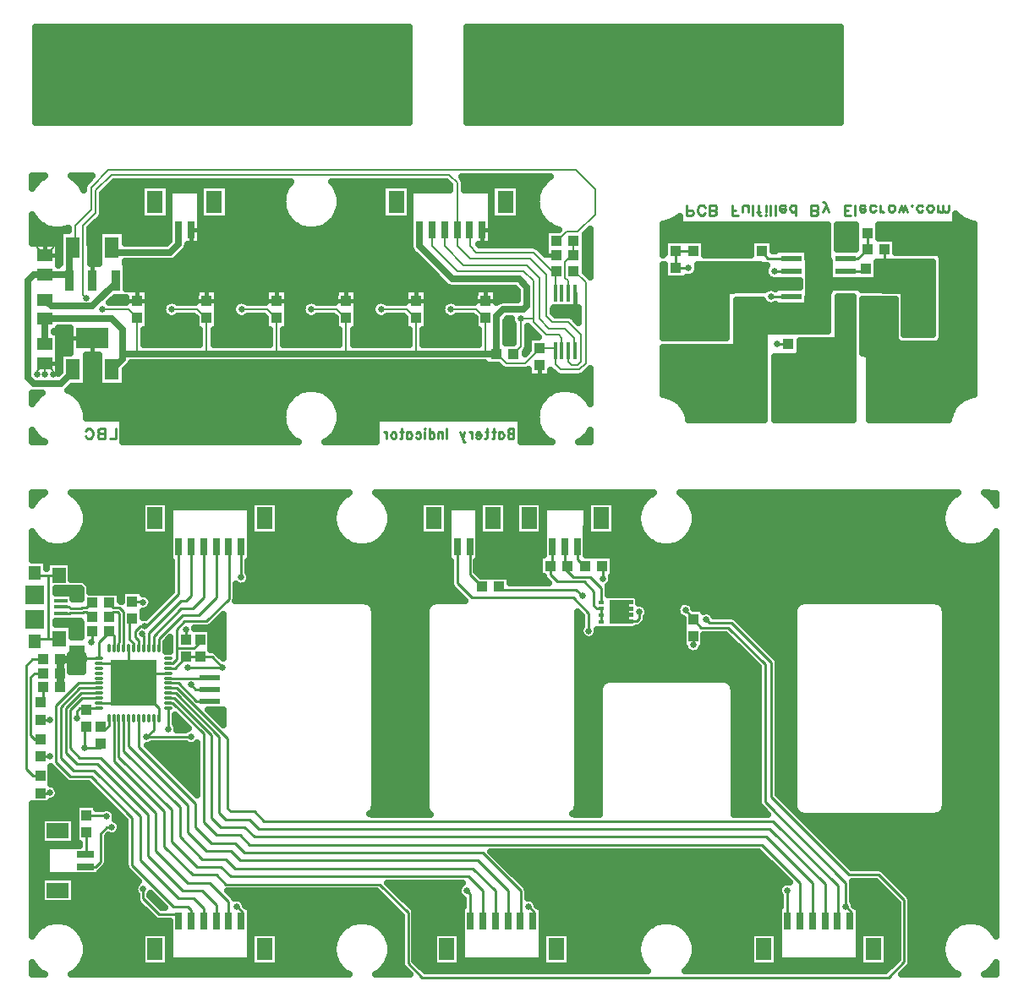
<source format=gbl>
G04 DipTrace 3.0.0.1*
G04 panel2.GBL*
%MOIN*%
G04 #@! TF.FileFunction,Copper,L2,Bot*
G04 #@! TF.Part,Single*
%AMOUTLINE0*
4,1,16,
-0.045472,0.047244,
-0.045472,-0.047244,
0.045472,-0.047244,
0.045472,-0.029528,
0.029331,-0.029528,
0.029331,-0.021654,
0.045472,-0.021654,
0.045472,-0.003937,
0.029331,-0.003937,
0.029331,0.003937,
0.045472,0.003937,
0.045472,0.021654,
0.029331,0.021654,
0.029331,0.029528,
0.045472,0.029528,
0.045472,0.047244,
-0.045472,0.047244,
0*%
G04 #@! TA.AperFunction,CopperBalancing*
%ADD14C,0.025*%
G04 #@! TA.AperFunction,Conductor*
%ADD15C,0.008*%
%ADD16C,0.01*%
%ADD17C,0.03*%
G04 #@! TA.AperFunction,CopperBalancing*
%ADD19C,0.015*%
%ADD23O,0.011811X0.033465*%
%ADD24O,0.033465X0.011811*%
%ADD25R,0.18X0.18*%
%ADD26R,0.03937X0.043307*%
%ADD27R,0.043307X0.03937*%
%ADD28R,0.059055X0.051181*%
%ADD30R,0.055118X0.082677*%
%ADD35R,0.027559X0.070866*%
%ADD36R,0.062992X0.086614*%
%ADD37R,0.070866X0.027559*%
%ADD38R,0.086614X0.062992*%
%ADD39R,0.05315X0.015748*%
%ADD40R,0.055118X0.062992*%
%ADD41R,0.051181X0.057087*%
%ADD42R,0.074803X0.074803*%
%ADD45R,0.024803X0.017717*%
%ADD50R,0.015748X0.070866*%
%ADD52R,0.037402X0.084646*%
%ADD53R,0.127953X0.084646*%
%ADD55R,0.07874X0.023622*%
%ADD56R,0.070866X0.062992*%
%ADD57R,0.051181X0.059055*%
%ADD59R,0.05X0.055118*%
%ADD60R,0.185827X0.188976*%
G04 #@! TA.AperFunction,ComponentPad*
%ADD61R,0.1X0.1*%
%ADD62C,0.1*%
%ADD63R,0.09252X0.200787*%
%ADD64R,0.090551X0.090551*%
%ADD138C,0.008749*%
%ADD140OUTLINE0*%
%FSLAX26Y26*%
G04*
G70*
G90*
G75*
G01*
G04 Bottom*
%LPD*%
X494188Y3031369D2*
D14*
Y2931172D1*
Y3031369D2*
X756591D1*
X800439Y2987521D1*
Y2893771D1*
Y2873252D1*
X758457Y2831271D1*
X800439Y2893771D2*
X856688D1*
X1131689D1*
X1406689D1*
X1681689D1*
X2094189D1*
Y2893772D1*
X2273225D1*
X856688Y3035306D2*
D15*
Y2893771D1*
Y3035306D2*
X823223Y3068771D1*
X719188D1*
X1131689Y3035306D2*
Y2893771D1*
Y3035306D2*
X1127654D1*
X1094189Y3068771D1*
X994189D1*
X1406689Y3035306D2*
X1402654D1*
X1369189Y3068771D1*
X1269189D1*
X1681689Y3035306D2*
X1677654D1*
X1644189Y3068771D1*
X1544189D1*
X1956689Y3035306D2*
X1952654D1*
X1919189Y3068771D1*
X1819189D1*
X2231689Y3035306D2*
X2227654D1*
X2194189Y3068771D1*
X2094189D1*
X2231689Y3035306D2*
Y2893772D1*
X2273225D1*
X1956689Y3035306D2*
Y2893772D1*
X2094189D1*
X1681689Y3035306D2*
Y2893771D1*
X1406689Y3035306D2*
Y2893771D1*
X2273225Y2893772D2*
X2269189Y2897807D1*
Y2900020D1*
X2312939Y2856271D1*
X2387940D1*
X2444189Y2912520D1*
Y2914735D1*
X2505803Y2904597D2*
X2505802D1*
Y2850907D1*
X2525439Y2831271D1*
X2600440D1*
X2625440Y2856271D1*
Y3175020D1*
X2581689Y3218771D1*
X2577654D1*
X2444189Y2914735D2*
X2505802D1*
Y2904597D1*
X1971158Y3383534D2*
D14*
X1969189Y3381566D1*
Y3318769D1*
X2100439Y3187520D1*
X2362940D1*
X2394189Y3156271D1*
Y3081271D1*
X2381689Y3068771D1*
X2300440D1*
X2273225Y3041555D1*
Y2893772D1*
X1219017Y655435D2*
D16*
X1217836Y654254D1*
Y732818D1*
X1144138Y806516D1*
X1056517D1*
X931516Y931517D1*
Y1081643D1*
X712798Y1300361D1*
X631419D1*
X594036Y1337744D1*
Y1487881D1*
X641114Y1534960D1*
X706219D1*
X1168624Y654254D2*
Y719524D1*
X1112881Y775267D1*
X1037764D1*
X900264Y912767D1*
Y1075391D1*
X700298Y1275357D1*
X618922D1*
X575284Y1318995D1*
Y1494130D1*
X635798Y1554645D1*
X706219D1*
X1119015Y654646D2*
X1119407Y654254D1*
X706219Y1574330D2*
X630479D1*
X556532Y1500382D1*
Y1300250D1*
X606425Y1250356D1*
X687797D1*
X869015Y1069138D1*
Y894017D1*
X1019015Y744017D1*
X1081622D1*
X1119015Y706625D1*
Y654650D1*
X1069015Y655435D2*
X1070196Y654254D1*
X1070198Y699084D1*
X1056515Y712768D1*
X1000264D1*
X837764Y875268D1*
Y1062885D1*
X675294Y1225355D1*
X593925D1*
X537780Y1281500D1*
Y1506633D1*
X625162Y1594015D1*
X706219D1*
X3423051Y2931516D2*
X3381516D1*
X3356516Y3119016D2*
X3437717D1*
X2981516Y3298051D2*
X3050267D1*
X2981516Y3233731D2*
Y3231516D1*
X3031516D1*
X3369017Y3219016D2*
X3437717D1*
X2981516Y3233731D2*
Y3298051D1*
X3735551Y3306516D2*
Y3369016D1*
X3650315Y3269016D2*
X3698051D1*
X3735551Y3306516D1*
X981810Y1633385D2*
X908309D1*
X900189Y1625265D1*
X875265D1*
X844015Y1594015D1*
X942440Y1456219D2*
Y1495589D1*
X844015Y1594015D1*
X824330Y1731810D2*
Y1613700D1*
X844015Y1594015D1*
X706219Y1672755D2*
X761536D1*
X765275D1*
X844015Y1594015D1*
X706219Y1515275D2*
X796449D1*
X875189Y1594015D1*
X844015D1*
X1144017Y1569012D2*
Y1569138D1*
X1087839D1*
X1069086Y1587891D1*
X656544Y1423163D2*
X650292D1*
Y1337865D1*
X712798Y1354404D2*
Y1337865D1*
X650292D1*
X1050334Y1765121D2*
Y1806664D1*
X837813Y1915135D2*
Y1912925D1*
Y1915135D2*
X879357D1*
X881567Y1912925D1*
X679334Y1800412D2*
Y1760697D1*
X675294Y1756658D1*
X475273Y1160635D2*
X510566D1*
X512777Y1162847D1*
X1020986Y654254D2*
Y681546D1*
X944075D1*
X881567Y744054D1*
Y781558D1*
X1267049Y2133780D2*
Y2010876D1*
X558336Y1945196D2*
X588802D1*
X606536Y1962929D1*
X637792D1*
X558336Y1945196D2*
X593017D1*
X606536Y1931677D1*
X637792D1*
X2170985Y654254D2*
Y761024D1*
X2156701Y775307D1*
X3420985Y654254D2*
Y776958D1*
X3050546Y1779450D2*
Y1744156D1*
X781516Y1656516D2*
X761536Y1672755D1*
X844015Y1594016D2*
Y1594015D1*
X906516Y1656516D2*
X844015Y1594015D1*
X781516Y1531516D2*
X844015Y1594015D1*
X844016Y1656516D2*
X906516D1*
X844016D2*
Y1594016D1*
X781516D1*
X844015D2*
X906516D1*
X844015D2*
Y1531516D1*
X844016D1*
X942440Y1731810D2*
Y1767526D1*
X1037832Y1862919D1*
X1100340D1*
X1168624Y1931202D1*
Y2133780D1*
X922755Y1731810D2*
Y1779096D1*
X1031582Y1887923D1*
X1075336D1*
X1119091Y1931677D1*
Y2133460D1*
X1119411Y2133780D1*
X656515Y1004303D2*
Y920887D1*
X654251Y918624D1*
X756516Y1025267D2*
X737765D1*
X712764Y1000265D1*
Y887767D1*
X694015Y869017D1*
X654645D1*
X654251Y869411D1*
X656515Y1071233D2*
X735549D1*
X737764Y1069017D1*
X2544016Y2133780D2*
Y2064982D1*
X2552482Y2056516D1*
X2544016Y2133780D2*
Y2044015D1*
X2575265Y2012765D1*
X2644017D1*
X2687767Y1969016D1*
Y1913407D1*
X2687521Y1913652D1*
X2623053Y2056516D2*
X2619016D1*
X2594016Y2081516D1*
Y2132992D1*
X2593229Y2133780D1*
X2694016Y2006516D2*
Y2052482D1*
X2689982Y2056516D1*
X2837767Y1875265D2*
Y1850265D1*
X2825268Y1837767D1*
X2787765D1*
X2767443Y1858089D1*
Y1875267D1*
X2687521Y1837275D2*
Y1862471D1*
Y1888062D1*
X2494803Y2133780D2*
Y2065767D1*
X2485553Y2056516D1*
Y2021230D1*
X2512767Y1994016D1*
X2619017D1*
X2656517Y1956516D1*
Y1900265D1*
X2669016Y1887767D1*
X2687226D1*
X2687521Y1888062D1*
X844015Y1731810D2*
Y1750456D1*
X825310Y1769160D1*
Y1835704D1*
X837813Y1848206D1*
X981810Y1594015D2*
X1019206D1*
X1091453Y1521768D1*
X1144017D1*
X745589Y1456219D2*
Y1426911D1*
X731550Y1412872D1*
X721260D1*
X712798Y1421334D1*
X485565Y1687901D2*
X444021D1*
X419019Y1662898D1*
Y1256607D1*
X448061Y1227565D1*
X475273D1*
X981810Y1613700D2*
X1141461D1*
X1144017Y1616256D1*
X2168622Y2133780D2*
Y2023445D1*
X2216802Y1975265D1*
X2119410Y2133780D2*
Y1987372D1*
X2175265Y1931516D1*
X2575267D1*
X2637767Y1869016D1*
Y1800268D1*
X2283731Y1975265D2*
X2287768D1*
X2300267Y1962767D1*
X2587767D1*
X2612767Y1937767D1*
X485565Y1579428D2*
Y1527597D1*
X475273Y1517306D1*
X485565Y1633856D2*
X452482D1*
X437769Y1619143D1*
Y1387872D1*
X452100Y1373541D1*
X475273D1*
X494188Y2812520D2*
D15*
Y2856369D1*
X462937Y2812520D2*
Y2825118D1*
X494188Y2856369D1*
X525437Y2812520D2*
Y2825120D1*
X494188Y2856369D1*
Y3281172D2*
Y3325020D1*
X525437D2*
Y3312422D1*
X494188Y3281172D1*
X462937Y3325020D2*
Y3312423D1*
X494188Y3281172D1*
X2156689Y3106271D2*
X2169580D1*
X1881689D2*
X1906689D1*
X1606689D2*
X1631689D1*
X1331689D2*
X1356689D1*
X1056689D2*
X1081689D1*
X781688D2*
X807080D1*
X2582575Y3132944D2*
X2581689Y3132058D1*
Y3068771D1*
X2269189Y3400021D2*
X2250439Y3381271D1*
X2225439D1*
Y3362521D1*
X2219189Y3368771D1*
Y3383534D1*
X2217221D1*
X2269189Y3362520D2*
X2248175Y3383534D1*
X2217221D1*
X2581689Y3068771D2*
X2506691D1*
X2350440Y3106271D2*
X2357406D1*
Y3100550D1*
X2118796Y3383534D2*
Y3319164D1*
X2169189Y3268771D1*
X2406689D1*
X2469189Y3206271D1*
Y3043771D1*
X2494189Y3018771D1*
X2556689D1*
X2606689Y2968771D1*
Y2862520D1*
X2594189Y2850020D1*
X2569191D1*
X2556985Y2862226D1*
Y2904597D1*
X656196Y3113013D2*
X644188Y3125021D1*
Y3400020D1*
X694188Y3450020D1*
Y3537520D1*
X756688Y3600020D1*
X2087940D1*
X2118796Y3569164D1*
Y3383534D1*
X2582575Y2904597D2*
X2581689Y2905483D1*
Y2956271D1*
X2544189Y2993771D1*
X2481689D1*
X2444189Y3031271D1*
Y3193771D1*
X2394189Y3243771D1*
X2144189D1*
X2069583Y3318377D1*
Y3383534D1*
X604919Y3312520D2*
D14*
X591137D1*
Y3182944D1*
X494188Y3206369D2*
Y3206271D1*
X591137D1*
Y3182944D1*
X494188Y3206271D2*
X450437D1*
X425437Y3181271D1*
Y2800020D1*
X450437Y2775020D1*
X556689D1*
X604919Y2823250D1*
Y2831271D1*
X2510725Y3337520D2*
D15*
X2512939D1*
X2550440Y3375021D1*
X2594189D1*
X2662939Y3443771D1*
Y3543769D1*
X2587939Y3618769D1*
X744187D1*
X675437Y3550020D1*
Y3462519D1*
X612939Y3400020D1*
Y3312520D1*
X604919D1*
X1019582Y3383534D2*
D14*
Y3325414D1*
X987939Y3293771D1*
X777206D1*
X758457Y3312520D1*
X2577654Y3281271D2*
D15*
Y3337520D1*
X2556985Y3132944D2*
Y3180975D1*
X2544189Y3193771D1*
Y3256271D1*
X2577654Y3289735D1*
Y3337520D1*
X772239Y3182944D2*
D14*
Y3171822D1*
X681688Y3081271D1*
X519089D1*
X494188Y3106172D1*
X2340154Y2893772D2*
D15*
X2369189Y2922807D1*
Y3031271D1*
X2020370Y3383534D2*
X2019189Y3382353D1*
Y3318771D1*
X2119189Y3218771D1*
X2381689D1*
X2419189Y3181271D1*
Y3031271D1*
Y3018771D1*
X2469189Y2968771D1*
X2519189D1*
X2531689Y2956271D1*
X2531394Y2955974D1*
Y2904597D1*
X2369189Y3031271D2*
X2419189D1*
X765275Y1456219D2*
D16*
Y1285390D1*
X962765Y1087899D1*
Y950264D1*
X1075264Y837765D1*
X1169017D1*
X1206473Y800310D1*
X1812722D1*
X1925265Y687767D1*
Y487767D1*
X1981516Y431516D1*
X3819016D1*
X3881517Y494017D1*
Y737764D1*
X3781516Y837765D1*
X3662767D1*
X3356516Y1144016D1*
Y1675712D1*
X3200561Y1831667D1*
X3113050D1*
X3100550Y1844167D1*
X3802481Y3306516D2*
Y3210551D1*
X3831516Y3181516D1*
X453021Y1759172D2*
X461880Y1768030D1*
X506516D1*
X549478D1*
X453021Y2028857D2*
X461880Y2019999D1*
X506516D1*
X549478D1*
X506516D2*
Y1768030D1*
X981810Y1495589D2*
X981515D1*
Y1412763D1*
X512777Y1306612D2*
X475273D1*
Y1450377D2*
X512777D1*
X875314Y1787912D2*
X883385Y1779841D1*
Y1731810D1*
X746263Y1856670D2*
Y1857503D1*
X764180Y1875422D1*
X780013D1*
X786802Y1868633D1*
Y1768185D1*
Y1755385D1*
X784960Y1753542D1*
Y1731810D1*
X746263Y1912925D2*
Y1909338D1*
X764180Y1891422D1*
X786641D1*
X802802Y1875260D1*
Y1768185D1*
Y1755385D1*
X804645Y1753542D1*
Y1731810D1*
X558336Y1868424D2*
X589911D1*
X594706Y1873219D1*
X607506D1*
X642104D1*
X645680Y1876796D1*
X655167D1*
X675294Y1856670D1*
X679334D1*
X558336Y1894015D2*
X589911D1*
X594706Y1889219D1*
X607506D1*
X635477D1*
X639053Y1892796D1*
X655167D1*
X675294Y1912925D1*
X679334D1*
X706219Y1495589D2*
X662041D1*
D17*
X656544Y1490092D1*
X922755Y1456219D2*
D16*
Y1410307D1*
X894067Y1381620D1*
X619038Y1456628D2*
Y1481629D1*
X631541Y1494131D1*
X656544D1*
Y1490092D1*
D17*
D3*
X981810Y1653070D2*
D16*
X1005212D1*
X1050334Y1698192D1*
X894067Y1381620D2*
X1069086D1*
X1194233Y1656516D2*
X1056715D1*
X1050334Y1662898D1*
X887817Y1819166D2*
X869066D1*
X850313Y1800412D1*
Y1775410D1*
X863700Y1762023D1*
Y1731810D1*
X887817Y1819166D2*
X894068D1*
X1019082Y1944179D1*
Y2131876D1*
X1020986Y2133780D1*
X552494Y1633856D2*
D17*
Y1579428D1*
Y1687901D1*
X587579D1*
X619038Y1719360D1*
X706219Y1692440D2*
D16*
X645958D1*
D17*
X619038Y1719360D1*
X765275Y1731810D2*
D16*
Y1781401D1*
X746263Y1800412D1*
Y1796373D1*
X706547Y1756658D1*
Y1692768D1*
X706219Y1692440D1*
X1050334Y1698192D2*
X1106589D1*
X1152557D1*
X1194233Y1656516D1*
X600286Y1675401D2*
D17*
Y1700608D1*
X619038Y1719360D1*
X637790Y1675401D2*
Y1700608D1*
X619038Y1719360D1*
X600286Y1644146D2*
Y1675401D1*
X637790Y1644146D2*
Y1675401D1*
X1267049Y654254D2*
D16*
X1269108D1*
Y694050D1*
X1250357Y712801D1*
X2400478D2*
X2419230Y694049D1*
Y654254D1*
X2417047D1*
X3650609Y712801D2*
X3669361Y694049D1*
Y656567D1*
X3667047Y654254D1*
X3650609Y712801D2*
Y806559D1*
X3331824Y1125344D1*
Y1669151D1*
X3188061Y1812915D1*
X3081798D1*
X3056796Y1837918D1*
Y1840130D1*
X3050546Y1846380D1*
Y1850419D1*
X3018807Y1882158D1*
X784960Y1456219D2*
Y1303208D1*
X994015Y1094152D1*
Y969019D1*
X1094016Y869017D1*
X1187765D1*
X1225219Y831563D1*
X2162952D1*
X2219016Y775499D1*
Y655435D1*
X2220197Y654254D1*
X863700Y1456219D2*
Y1343230D1*
X1087764Y1119166D1*
Y1025268D1*
X1150265Y962767D1*
X1244016D1*
X1281460Y925323D1*
X2219206D1*
X2369017Y775512D1*
Y655436D1*
X2367835Y654254D1*
X824330Y1456219D2*
Y1345096D1*
X1056515Y1112911D1*
Y1006519D1*
X1131516Y931517D1*
X1225265D1*
X1262713Y894070D1*
X2200454D1*
X2319016Y775508D1*
Y654647D1*
X2318622Y654254D1*
X804645Y1456219D2*
Y1327277D1*
X1025264Y1106658D1*
Y987769D1*
X1112765Y900268D1*
X1206515D1*
X1243967Y862815D1*
X2181705D1*
X2269016Y775504D1*
Y654647D1*
X2269410Y654254D1*
X981810Y1672755D2*
X997684D1*
X1012830Y1687901D1*
Y1731508D1*
Y1806663D1*
X1044084Y1837918D1*
X1131593D1*
X1219103Y1925427D1*
Y2132513D1*
X1217836Y2133780D1*
X1012830Y1731508D2*
X1081440D1*
X1106589Y1756658D1*
Y1765121D1*
X2505803Y3132944D2*
D15*
Y3213849D1*
X2510725Y3218771D1*
X2168008Y3383534D2*
X2169189Y3382353D1*
Y3318771D1*
X2194189Y3293771D1*
X2419189D1*
X2494189Y3218771D1*
X2510725D1*
X3319016Y3298051D2*
D16*
Y3294016D1*
X3344016Y3269016D1*
X3437717D1*
X981810Y1534960D2*
X1003255D1*
X1150265Y1387949D1*
Y1062768D1*
X1187765Y1025268D1*
X1281515D1*
X1318953Y987830D1*
X3338075D1*
X3519016Y806889D1*
Y654647D1*
X3519410Y654254D1*
X903070Y1731810D2*
Y1790663D1*
X1031582Y1919175D1*
X1050334D1*
X1069086Y1937927D1*
Y2132667D1*
X1070198Y2133780D1*
X981810Y1574330D2*
X1013893D1*
X1212853Y1375369D1*
Y1100181D1*
X1225268Y1087767D1*
X1320197D1*
X1357628Y1050336D1*
X3363079D1*
X3619017Y794398D1*
Y655436D1*
X3617835Y654254D1*
X981810Y1554645D2*
X1008574D1*
X1181517Y1381701D1*
Y1081517D1*
X1206517Y1056517D1*
X1300267D1*
X1337701Y1019083D1*
X3350575D1*
X3569016Y800642D1*
Y654647D1*
X3568622Y654254D1*
X3731516Y3227481D2*
Y3219016D1*
X3650315D1*
X981810Y1515275D2*
X997756D1*
X1119015Y1394016D1*
Y1044020D1*
X1169017Y994017D1*
X1262765D1*
X1300208Y956575D1*
X3319324D1*
X3469016Y806883D1*
Y655435D1*
X3470197Y654254D1*
X558336Y1842834D2*
X570368D1*
X619038Y1794163D1*
D14*
X719188Y3068771D3*
X994189D3*
X1269189D3*
X1544189D3*
X1819189D3*
X2094189D3*
X3381516Y2931516D3*
X3356516Y3119016D3*
X3031516Y3231516D3*
X3369017Y3219016D3*
X1069086Y1587891D3*
X650292Y1337865D3*
X1050334Y1806664D3*
X881567Y1912925D3*
X675294Y1756658D3*
X512777Y1162847D3*
X881567Y781558D3*
X1267049Y2010876D3*
X2156701Y775307D3*
X3420985Y776958D3*
X3050546Y1744156D3*
X756516Y1025267D3*
X737764Y1069017D3*
X2694016Y2006516D3*
X2837767Y1875265D3*
X2637767Y1800268D3*
X2612767Y1937767D3*
X2156689Y3106271D3*
X1881689D3*
X1606689D3*
X1331689D3*
X1056689D3*
X781688D3*
X2581689Y3068771D3*
X2506691D3*
X2350440Y3106271D3*
X656196Y3113013D3*
X2369189Y3031271D3*
X3100550Y1844167D3*
X981515Y1412763D3*
X512777Y1306612D3*
Y1450377D3*
X875314Y1787912D3*
X894067Y1381620D3*
X619038Y1456628D3*
X1069086Y1381620D3*
X1194233Y1656516D3*
D3*
X1250357Y712801D3*
X2400478D3*
X1250357D3*
X3650609D3*
D3*
X3018807Y1882158D3*
X1056715Y1656516D3*
X887817Y1819166D3*
X844016Y1656516D3*
X606536Y1962929D3*
Y1931677D3*
X637792D3*
Y1962929D3*
X637790Y1675401D3*
X600286D3*
Y1644146D3*
X637790D3*
X781516Y1656516D3*
X906516D3*
X844015Y1594016D3*
X781516Y1531516D3*
Y1594016D3*
X906516D3*
X844016Y1531516D3*
X462937Y3325020D3*
X494188D3*
X525437D3*
X494188Y2812520D3*
X525437D3*
X462937D3*
X2269189Y3400021D3*
Y3362520D3*
X602803Y1813050D2*
X635303D1*
X602803Y1788181D2*
X635303D1*
X632566Y1837919D2*
X537742D1*
X537778Y1825415D1*
X589742Y1825261D1*
X593461Y1824053D1*
X596625Y1821754D1*
X598924Y1818589D1*
X600133Y1814870D1*
X600286Y1775366D1*
X637835Y1775408D1*
X637792Y1832781D1*
X632614Y1837918D1*
X606513Y1944313D2*
X635303D1*
X596793Y1946579D2*
X604011D1*
Y1925437D1*
X637835Y1925425D1*
X637792Y1964025D1*
X632614Y1969180D1*
X537742Y1969181D1*
X537778Y1950382D1*
X589742Y1950273D1*
X593461Y1949065D1*
X596628Y1946763D1*
X596559Y1681786D2*
X641559D1*
X596559Y1656918D2*
X641559D1*
X643995Y1706655D2*
X593995D1*
X594034Y1637856D1*
X644083Y1637894D1*
X644044Y1706693D1*
X446541Y2319147D2*
X457589D1*
X630427D2*
X1657605D1*
X1830427D2*
X2857605D1*
X3030427D2*
X4057605D1*
X4230427D2*
X4241485D1*
X647322Y2294278D2*
X873181D1*
X983747D2*
X1304285D1*
X1414851D2*
X1640710D1*
X1847322D2*
X1971618D1*
X2082185D2*
X2205847D1*
X2316462D2*
X2347009D1*
X2457575D2*
X2630457D1*
X2741023D2*
X2840710D1*
X3047322D2*
X4040710D1*
X656257Y2269410D2*
X873181D1*
X1414851D2*
X1631775D1*
X1856257D2*
X1971618D1*
X2316462D2*
X2347009D1*
X2741023D2*
X2831775D1*
X3056257D2*
X4031775D1*
X659138Y2244541D2*
X873181D1*
X1414851D2*
X1628894D1*
X1859138D2*
X1971618D1*
X2316462D2*
X2347009D1*
X2741023D2*
X2828894D1*
X3059138D2*
X4028894D1*
X656502Y2219672D2*
X873181D1*
X1414851D2*
X1631530D1*
X1856502D2*
X1971618D1*
X2316462D2*
X2347009D1*
X2741023D2*
X2831530D1*
X3056502D2*
X4031530D1*
X647810Y2194803D2*
X873181D1*
X1414851D2*
X1640222D1*
X1847810D2*
X1971618D1*
X2316462D2*
X2347009D1*
X2741023D2*
X2840222D1*
X3047810D2*
X4040222D1*
X446541Y2169935D2*
X456712D1*
X631355D2*
X983191D1*
X1304841D2*
X1656677D1*
X1831355D2*
X2081629D1*
X2206403D2*
X2457019D1*
X2631013D2*
X2856677D1*
X3031355D2*
X4056677D1*
X4231355D2*
X4241486D1*
X446541Y2145066D2*
X487731D1*
X600301D2*
X983386D1*
X1304646D2*
X1687731D1*
X1800301D2*
X2081823D1*
X2206209D2*
X2457214D1*
X2630818D2*
X2887731D1*
X3000301D2*
X4087731D1*
X4200301D2*
X4241491D1*
X446541Y2120197D2*
X983386D1*
X1304646D2*
X2081823D1*
X2206209D2*
X2457214D1*
X2630818D2*
X4241491D1*
X446541Y2095328D2*
X983386D1*
X1304646D2*
X2081823D1*
X2206209D2*
X2440075D1*
X2735457D2*
X4241491D1*
X600838Y2070460D2*
X990271D1*
X1295857D2*
X2090613D1*
X2197419D2*
X2440075D1*
X2735457D2*
X4241491D1*
X600838Y2045591D2*
X990271D1*
X1295857D2*
X2090613D1*
X2197419D2*
X2440075D1*
X2735457D2*
X4241491D1*
X600838Y2020722D2*
X990271D1*
X1301862D2*
X2090613D1*
X2211042D2*
X2440075D1*
X2735457D2*
X4241491D1*
X656257Y1995853D2*
X990271D1*
X1299811D2*
X2090613D1*
X2329206D2*
X2471227D1*
X2728571D2*
X4241491D1*
X674030Y1970985D2*
X990271D1*
X1247907D2*
X2096326D1*
X2716511D2*
X4241491D1*
X890437Y1946116D2*
X981335D1*
X1247907D2*
X2120983D1*
X2716559D2*
X4241491D1*
X916805Y1921247D2*
X956433D1*
X1247566D2*
X2145838D1*
X2836726D2*
X4241491D1*
X913533Y1896378D2*
X931579D1*
X1789655D2*
X1998377D1*
X2866658D2*
X2985633D1*
X3051961D2*
X3448377D1*
X4039655D2*
X4241491D1*
X881306Y1871509D2*
X906726D1*
X1794929D2*
X1993103D1*
X2873835D2*
X2984217D1*
X3122907D2*
X3443103D1*
X4044929D2*
X4241491D1*
X1179987Y1846641D2*
X1193103D1*
X1794929D2*
X1993103D1*
X2594929D2*
X2608973D1*
X2866315D2*
X3007067D1*
X3225301D2*
X3443103D1*
X4044929D2*
X4241491D1*
X1155134Y1821772D2*
X1193103D1*
X1794929D2*
X1993103D1*
X2594929D2*
X2608973D1*
X2848982D2*
X3007067D1*
X3250154D2*
X3443103D1*
X4044929D2*
X4241491D1*
X1150057Y1796903D2*
X1193103D1*
X1794929D2*
X1993103D1*
X2673885D2*
X3007067D1*
X3275007D2*
X3443103D1*
X4044929D2*
X4241491D1*
X1150057Y1772034D2*
X1193103D1*
X1794929D2*
X1993103D1*
X2594929D2*
X2616687D1*
X2658845D2*
X3007067D1*
X3094050D2*
X3189246D1*
X3299910D2*
X3443103D1*
X4044929D2*
X4241491D1*
X971785Y1747166D2*
X984029D1*
X1150057D2*
X1193103D1*
X1794929D2*
X1993103D1*
X2594929D2*
X3007067D1*
X3094050D2*
X3214099D1*
X3324763D2*
X3443103D1*
X4044929D2*
X4241491D1*
X972126Y1722297D2*
X984037D1*
X1165583D2*
X1193103D1*
X1794929D2*
X1993103D1*
X2594929D2*
X3022254D1*
X3078815D2*
X3239002D1*
X3349617D2*
X3443103D1*
X4044929D2*
X4241491D1*
X1794929Y1697428D2*
X1993103D1*
X2594929D2*
X3263855D1*
X3374470D2*
X3443103D1*
X4044929D2*
X4241491D1*
X1794929Y1672559D2*
X1993103D1*
X2594929D2*
X3288709D1*
X3385310D2*
X3443103D1*
X4044929D2*
X4241491D1*
X1794929Y1647691D2*
X1993103D1*
X2594929D2*
X3303015D1*
X3385310D2*
X3443103D1*
X4044929D2*
X4241491D1*
X1794929Y1622822D2*
X1993103D1*
X2594929D2*
X3303015D1*
X3385310D2*
X3443103D1*
X4044929D2*
X4241491D1*
X1794929Y1597953D2*
X1993103D1*
X2594929D2*
X2689881D1*
X3198151D2*
X3303015D1*
X3385310D2*
X3443103D1*
X4044929D2*
X4241491D1*
X1794929Y1573084D2*
X1993103D1*
X2594929D2*
X2676990D1*
X3211042D2*
X3303015D1*
X3385310D2*
X3443103D1*
X4044929D2*
X4241491D1*
X1794929Y1548215D2*
X1993103D1*
X2594929D2*
X2676550D1*
X3211482D2*
X3303015D1*
X3385310D2*
X3443103D1*
X4044929D2*
X4241491D1*
X1794929Y1523347D2*
X1993103D1*
X2594929D2*
X2676550D1*
X3211482D2*
X3303015D1*
X3385310D2*
X3443103D1*
X4044929D2*
X4241491D1*
X1794929Y1498478D2*
X1993103D1*
X2594929D2*
X2676550D1*
X3211482D2*
X3303015D1*
X3385310D2*
X3443103D1*
X4044929D2*
X4241491D1*
X1154305Y1473609D2*
X1193103D1*
X1794929D2*
X1993103D1*
X2594929D2*
X2676550D1*
X3211482D2*
X3303015D1*
X3385310D2*
X3443103D1*
X4044929D2*
X4241491D1*
X1010310Y1448740D2*
X1024617D1*
X1179158D2*
X1193103D1*
X1794929D2*
X1993103D1*
X2594929D2*
X2676550D1*
X3211482D2*
X3303015D1*
X3385310D2*
X3443103D1*
X4044929D2*
X4241491D1*
X1015925Y1423872D2*
X1049450D1*
X1794929D2*
X1993103D1*
X2594929D2*
X2676550D1*
X3211482D2*
X3303015D1*
X3385310D2*
X3443103D1*
X4044929D2*
X4241491D1*
X1794929Y1399003D2*
X1993103D1*
X2594929D2*
X2676550D1*
X3211482D2*
X3303015D1*
X3385310D2*
X3443103D1*
X4044929D2*
X4241491D1*
X1794929Y1374134D2*
X1993103D1*
X2594929D2*
X2676550D1*
X3211482D2*
X3303015D1*
X3385310D2*
X3443103D1*
X4044929D2*
X4241491D1*
X906355Y1349265D2*
X1056823D1*
X1081372D2*
X1090244D1*
X1794929D2*
X1993103D1*
X2594929D2*
X2676550D1*
X3211482D2*
X3303015D1*
X3385310D2*
X3443103D1*
X4044929D2*
X4241491D1*
X922225Y1324397D2*
X1090222D1*
X1794929D2*
X1993103D1*
X2594929D2*
X2676550D1*
X3211482D2*
X3303015D1*
X3385310D2*
X3443103D1*
X4044929D2*
X4241491D1*
X947078Y1299528D2*
X1090222D1*
X1794929D2*
X1993103D1*
X2594929D2*
X2676550D1*
X3211482D2*
X3303015D1*
X3385310D2*
X3443103D1*
X4044929D2*
X4241491D1*
X971979Y1274659D2*
X1090222D1*
X1794929D2*
X1993103D1*
X2594929D2*
X2676550D1*
X3211482D2*
X3303015D1*
X3385310D2*
X3443103D1*
X4044929D2*
X4241491D1*
X518757Y1249790D2*
X529773D1*
X996834D2*
X1090222D1*
X1794929D2*
X1993103D1*
X2594929D2*
X2676550D1*
X3211482D2*
X3303015D1*
X3385310D2*
X3443103D1*
X4044929D2*
X4241491D1*
X518757Y1224922D2*
X554675D1*
X1021687D2*
X1090222D1*
X1794929D2*
X1993103D1*
X2594929D2*
X2676550D1*
X3211482D2*
X3303015D1*
X3385310D2*
X3443103D1*
X4044929D2*
X4241491D1*
X518757Y1200053D2*
X584265D1*
X1046589D2*
X1090222D1*
X1794929D2*
X1993103D1*
X2594929D2*
X2676550D1*
X3211482D2*
X3303015D1*
X3385310D2*
X3443103D1*
X4044929D2*
X4241491D1*
X546735Y1175184D2*
X685778D1*
X1071443D2*
X1090222D1*
X1794929D2*
X1993103D1*
X2594929D2*
X2676550D1*
X3211482D2*
X3303015D1*
X3385310D2*
X3443103D1*
X4044929D2*
X4241491D1*
X546687Y1150315D2*
X710633D1*
X1794929D2*
X1993103D1*
X2594929D2*
X2676550D1*
X3211482D2*
X3303015D1*
X3389899D2*
X3443103D1*
X4044929D2*
X4241491D1*
X518757Y1125446D2*
X735486D1*
X1794929D2*
X1993103D1*
X2594929D2*
X2676550D1*
X3211482D2*
X3303015D1*
X3414802D2*
X3443103D1*
X4044929D2*
X4241491D1*
X446541Y1100578D2*
X613025D1*
X700007D2*
X723181D1*
X752351D2*
X760340D1*
X1793318D2*
X1994714D1*
X2593318D2*
X2676550D1*
X3211482D2*
X3316882D1*
X4043318D2*
X4241491D1*
X446541Y1075709D2*
X613025D1*
X773395D2*
X785239D1*
X4024275D2*
X4241491D1*
X446541Y1050840D2*
X476891D1*
X781110D2*
X808973D1*
X3489362D2*
X4241491D1*
X446541Y1025971D2*
X476891D1*
X792830D2*
X808973D1*
X3514265D2*
X4241491D1*
X446541Y1001103D2*
X476891D1*
X782673D2*
X808973D1*
X3539118D2*
X4241491D1*
X446541Y976234D2*
X476891D1*
X741559D2*
X808973D1*
X3563973D2*
X4241491D1*
X446541Y951365D2*
X497399D1*
X741559D2*
X808973D1*
X3588874D2*
X4241491D1*
X446541Y926496D2*
X497399D1*
X741559D2*
X808973D1*
X2257722D2*
X3309705D1*
X3613727D2*
X4241491D1*
X446541Y901628D2*
X497399D1*
X741559D2*
X808973D1*
X2282575D2*
X3334558D1*
X3638582D2*
X4241491D1*
X446541Y876759D2*
X497399D1*
X739167D2*
X808973D1*
X2307478D2*
X3359461D1*
X3663483D2*
X4241491D1*
X446541Y851890D2*
X497399D1*
X716559D2*
X821473D1*
X2332331D2*
X3384314D1*
X3807087D2*
X4241491D1*
X446541Y827021D2*
X476891D1*
X611141D2*
X846326D1*
X2357185D2*
X3409167D1*
X3831941D2*
X4241491D1*
X446541Y802152D2*
X476891D1*
X611141D2*
X852282D1*
X1850593D2*
X2133679D1*
X2382087D2*
X3395935D1*
X3679402D2*
X3777429D1*
X3856843D2*
X4241491D1*
X446541Y777284D2*
X476891D1*
X611141D2*
X845545D1*
X1875446D2*
X2120446D1*
X2397761D2*
X3384705D1*
X3679402D2*
X3802282D1*
X3881697D2*
X4241491D1*
X446541Y752415D2*
X476891D1*
X611141D2*
X852771D1*
X912898D2*
X920890D1*
X1237946D2*
X1820935D1*
X1900301D2*
X2129334D1*
X2397810D2*
X3392175D1*
X3679402D2*
X3827185D1*
X3905866D2*
X4241491D1*
X446541Y727546D2*
X476891D1*
X611141D2*
X858582D1*
X937751D2*
X945751D1*
X1283259D2*
X1845789D1*
X1925202D2*
X2142175D1*
X2433406D2*
X3392175D1*
X3683503D2*
X3852038D1*
X3910310D2*
X4241491D1*
X446541Y702677D2*
X883239D1*
X1304646D2*
X1870642D1*
X1949422D2*
X2133386D1*
X2454646D2*
X3383386D1*
X3704646D2*
X3852722D1*
X3910310D2*
X4241491D1*
X446541Y677809D2*
X908142D1*
X1304646D2*
X1895545D1*
X1954059D2*
X2133386D1*
X2454646D2*
X3383386D1*
X3704646D2*
X3852722D1*
X3910310D2*
X4241491D1*
X446541Y652940D2*
X512878D1*
X575154D2*
X983386D1*
X1304646D2*
X1712878D1*
X1775154D2*
X1896473D1*
X1954059D2*
X2133386D1*
X2454646D2*
X2912878D1*
X2975154D2*
X3383386D1*
X3704646D2*
X3852722D1*
X3910310D2*
X4112878D1*
X4175154D2*
X4241491D1*
X446541Y628071D2*
X466541D1*
X621491D2*
X983191D1*
X1304841D2*
X1666541D1*
X1821491D2*
X1896473D1*
X1954059D2*
X2133191D1*
X2454841D2*
X2866541D1*
X3021491D2*
X3383191D1*
X3704841D2*
X3852722D1*
X3910310D2*
X4066541D1*
X4221491D2*
X4241491D1*
X642341Y603202D2*
X873181D1*
X1414851D2*
X1645691D1*
X1842341D2*
X1896473D1*
X1954059D2*
X2023181D1*
X2564851D2*
X2845691D1*
X3042341D2*
X3273181D1*
X3814851D2*
X3852722D1*
X3910310D2*
X4045691D1*
X653767Y578334D2*
X873181D1*
X1414851D2*
X1634265D1*
X1853815D2*
X1896473D1*
X1954059D2*
X2023181D1*
X2564851D2*
X2834217D1*
X3053815D2*
X3273181D1*
X3814851D2*
X3852722D1*
X3910310D2*
X4034217D1*
X658747Y553465D2*
X873181D1*
X1414851D2*
X1629285D1*
X1858747D2*
X1896473D1*
X1954059D2*
X2023181D1*
X2564851D2*
X2829285D1*
X3058747D2*
X3273181D1*
X3814851D2*
X3852722D1*
X3910310D2*
X4029285D1*
X658063Y528596D2*
X873181D1*
X1414851D2*
X1629969D1*
X1858063D2*
X1896473D1*
X1954059D2*
X2023181D1*
X2564851D2*
X2829969D1*
X3058063D2*
X3273181D1*
X3814851D2*
X3852722D1*
X3910310D2*
X4029969D1*
X651717Y503727D2*
X873181D1*
X1414851D2*
X1636315D1*
X1851717D2*
X1896473D1*
X1954059D2*
X2023181D1*
X2564851D2*
X2836315D1*
X3051717D2*
X3273181D1*
X3814851D2*
X3851550D1*
X3910310D2*
X4036315D1*
X638386Y478859D2*
X1649646D1*
X1838386D2*
X1898034D1*
X1973885D2*
X2849646D1*
X3038386D2*
X3826647D1*
X3905525D2*
X4049646D1*
X446541Y453990D2*
X473815D1*
X614217D2*
X1673815D1*
X1814217D2*
X1919373D1*
X3881159D2*
X4073815D1*
X4214217D2*
X4241491D1*
X968742Y1749525D2*
X969562Y1744772D1*
X969597Y1720983D1*
X970991Y1719645D1*
X986523D1*
X986529Y1774428D1*
X968765Y1756659D1*
X968740Y1749607D1*
X878798Y1872166D2*
Y1851755D1*
X885164Y1852861D1*
X890561Y1852851D1*
X992759Y1955050D1*
X992781Y2077040D1*
X985907Y2077046D1*
X985714Y2215160D1*
Y2288139D1*
X1302320D1*
X1302129Y2077046D1*
X1293389D1*
X1293349Y2032071D1*
X1297164Y2026221D1*
X1299915Y2018767D1*
X1300849Y2010876D1*
X1299915Y2002985D1*
X1297164Y1995530D1*
X1292751Y1988924D1*
X1286916Y1983530D1*
X1279983Y1979649D1*
X1272336Y1977491D1*
X1264397Y1977180D1*
X1256604Y1978730D1*
X1249389Y1982057D1*
X1245399Y1984936D1*
X1245322Y1923364D1*
X1244673Y1919280D1*
X1250604Y1918366D1*
X1753263Y1918235D1*
X1759849Y1917192D1*
X1766192Y1915131D1*
X1772134Y1912104D1*
X1777529Y1908184D1*
X1782246Y1903469D1*
X1786166Y1898072D1*
X1789193Y1892130D1*
X1791254Y1885788D1*
X1792297Y1879201D1*
X1792428Y1788366D1*
X1792297Y1108828D1*
X1791254Y1102242D1*
X1789193Y1095899D1*
X1786166Y1089957D1*
X1782246Y1084561D1*
X1777529Y1079845D1*
X1774898Y1077772D1*
X1782628Y1076637D1*
X2014805D1*
X2008053Y1082110D1*
X2003721Y1087181D1*
X2000236Y1092868D1*
X1997684Y1099029D1*
X1996128Y1105515D1*
X1995604Y1112163D1*
X1995735Y1879201D1*
X1996778Y1885788D1*
X1998839Y1892130D1*
X2001866Y1898072D1*
X2005786Y1903469D1*
X2010503Y1908184D1*
X2015898Y1912104D1*
X2021840Y1915131D1*
X2028183Y1917192D1*
X2034769Y1918235D1*
X2138104Y1918366D1*
X2151239D1*
X2099411Y1970292D1*
X2095977Y1975432D1*
X2093836Y1981233D1*
X2093109Y1987372D1*
Y2077068D1*
X2084331Y2077046D1*
X2084131Y2215160D1*
Y2288138D1*
X2203901D1*
X2203702Y2140512D1*
Y2077046D1*
X2194962D1*
X2194923Y2034317D1*
X2213011Y2016251D1*
X2326685Y2016250D1*
Y1989053D1*
X2480491Y1989067D1*
X2464276Y2005771D1*
X2461255Y2011166D1*
X2459978Y2015099D1*
X2442600Y2015530D1*
Y2097500D1*
X2459738D1*
X2459525Y2177660D1*
Y2288138D1*
X2628507D1*
X2628309Y2140512D1*
Y2097495D1*
X2732936Y2097500D1*
Y2015530D1*
X2726637D1*
X2727712Y2009168D1*
X2727401Y2001229D1*
X2725243Y1993582D1*
X2721361Y1986649D1*
X2715967Y1980814D1*
X2712410Y1978187D1*
X2713743Y1973130D1*
X2714067Y1969016D1*
Y1943772D1*
X2814586Y1943746D1*
X2819498Y1942768D1*
X2824044Y1940672D1*
X2827977Y1937572D1*
X2831076Y1933639D1*
X2833172Y1929093D1*
X2834150Y1924181D1*
X2834214Y1910693D1*
X2835114Y1908961D1*
X2843054Y1908650D1*
X2850701Y1906492D1*
X2857634Y1902610D1*
X2863469Y1897217D1*
X2867882Y1890610D1*
X2870633Y1883156D1*
X2871567Y1875265D1*
X2870633Y1867374D1*
X2867882Y1859920D1*
X2864066Y1854071D1*
X2863743Y1846151D1*
X2862065Y1840201D1*
X2859044Y1834806D1*
X2856364Y1831668D1*
X2840727Y1816490D1*
X2835332Y1813469D1*
X2829382Y1811790D1*
X2825435Y1810790D1*
X2821066Y1808344D1*
X2816247Y1806985D1*
X2800415Y1806722D1*
X2718631Y1806986D1*
X2670881Y1807116D1*
X2671567Y1800268D1*
X2670633Y1792377D1*
X2667882Y1784923D1*
X2663469Y1778317D1*
X2657634Y1772923D1*
X2650701Y1769041D1*
X2643054Y1766883D1*
X2635114Y1766572D1*
X2627322Y1768122D1*
X2620107Y1771449D1*
X2613866Y1776368D1*
X2608948Y1782608D1*
X2605621Y1789823D1*
X2604071Y1797616D1*
X2604382Y1805555D1*
X2606540Y1813202D1*
X2610422Y1820135D1*
X2611467Y1821462D1*
X2611466Y1858129D1*
X2592411Y1877177D1*
X2592297Y1108828D1*
X2591254Y1102242D1*
X2589193Y1095899D1*
X2586166Y1089957D1*
X2582246Y1084561D1*
X2577529Y1079845D1*
X2574898Y1077772D1*
X2582628Y1076637D1*
X2679063D1*
X2679191Y1570382D1*
X2680234Y1576969D1*
X2682294Y1583311D1*
X2685322Y1589254D1*
X2689242Y1594649D1*
X2693958Y1599365D1*
X2699353Y1603285D1*
X2705296Y1606313D1*
X2711638Y1608373D1*
X2718225Y1609416D1*
X2821559Y1609547D1*
X3169807Y1609416D1*
X3176394Y1608373D1*
X3182736Y1606313D1*
X3188679Y1603285D1*
X3194074Y1599365D1*
X3198790Y1594649D1*
X3202710Y1589254D1*
X3205738Y1583311D1*
X3207798Y1576969D1*
X3208841Y1570382D1*
X3208973Y1479547D1*
Y1076638D1*
X3343320Y1076637D1*
X3311826Y1108264D1*
X3308391Y1113404D1*
X3306251Y1119205D1*
X3305524Y1125344D1*
Y1658303D1*
X3177158Y1786624D1*
X3091528Y1786614D1*
X3091532Y1736496D1*
X3083412Y1736265D1*
X3080662Y1728811D1*
X3076248Y1722205D1*
X3070414Y1716811D1*
X3063481Y1712929D1*
X3055834Y1710772D1*
X3047894Y1710461D1*
X3040101Y1712011D1*
X3032886Y1715338D1*
X3026646Y1720256D1*
X3021727Y1726496D1*
X3018401Y1733712D1*
X3017634Y1736500D1*
X3009562Y1736496D1*
Y1849666D1*
X3003462Y1852042D1*
X2996856Y1856456D1*
X2991462Y1862290D1*
X2987580Y1869223D1*
X2985423Y1876870D1*
X2985112Y1884810D1*
X2986662Y1892603D1*
X2989988Y1899818D1*
X2994907Y1906058D1*
X3001147Y1910977D1*
X3008362Y1914303D1*
X3016155Y1915853D1*
X3024095Y1915542D1*
X3031742Y1913385D1*
X3038675Y1909503D1*
X3044509Y1904109D1*
X3048923Y1897503D1*
X3051673Y1890049D1*
X3051817Y1889326D1*
X3091532Y1889332D1*
Y1876784D1*
X3097898Y1877862D1*
X3105838Y1877551D1*
X3113485Y1875394D1*
X3120418Y1871512D1*
X3126252Y1866118D1*
X3130666Y1859512D1*
X3131382Y1857958D1*
X3202624Y1857886D1*
X3208688Y1856680D1*
X3214302Y1854091D1*
X3219158Y1850264D1*
X3376515Y1692792D1*
X3379949Y1687651D1*
X3382089Y1681851D1*
X3382817Y1675712D1*
Y1154862D1*
X3673666Y864061D1*
X3783579Y863985D1*
X3789643Y862778D1*
X3795257Y860189D1*
X3800113Y856362D1*
X3901516Y754844D1*
X3904950Y749704D1*
X3907091Y743903D1*
X3907818Y737764D1*
X3907736Y491954D1*
X3906530Y485890D1*
X3903941Y480276D1*
X3900114Y475420D1*
X3869016Y444016D1*
X4092209D1*
X4085167Y447982D1*
X4077813Y452895D1*
X4070868Y458370D1*
X4064374Y464374D1*
X4058370Y470868D1*
X4052895Y477813D1*
X4047982Y485167D1*
X4043660Y492882D1*
X4039958Y500914D1*
X4036898Y509212D1*
X4034496Y517723D1*
X4032772Y526397D1*
X4031733Y535179D1*
X4031385Y544016D1*
X4031733Y552853D1*
X4032772Y561635D1*
X4034496Y570309D1*
X4036898Y578820D1*
X4039958Y587118D1*
X4043660Y595150D1*
X4047982Y602865D1*
X4052895Y610219D1*
X4058370Y617164D1*
X4064374Y623658D1*
X4070868Y629662D1*
X4077813Y635137D1*
X4085167Y640050D1*
X4092882Y644372D1*
X4100914Y648074D1*
X4109212Y651134D1*
X4117723Y653536D1*
X4126397Y655260D1*
X4135179Y656299D1*
X4144016Y656647D1*
X4152853Y656299D1*
X4161635Y655260D1*
X4170309Y653536D1*
X4178820Y651134D1*
X4187118Y648074D1*
X4195150Y644372D1*
X4202865Y640050D1*
X4210219Y635137D1*
X4217164Y629662D1*
X4223658Y623658D1*
X4229662Y617164D1*
X4235137Y610219D1*
X4240050Y602865D1*
X4244017Y595782D1*
X4244016Y2192209D1*
X4240050Y2185167D1*
X4235137Y2177813D1*
X4229662Y2170868D1*
X4223658Y2164374D1*
X4217164Y2158370D1*
X4210219Y2152895D1*
X4202865Y2147982D1*
X4195150Y2143660D1*
X4187118Y2139958D1*
X4178820Y2136898D1*
X4170309Y2134496D1*
X4161635Y2132772D1*
X4152853Y2131733D1*
X4144016Y2131385D1*
X4135179Y2131733D1*
X4126397Y2132772D1*
X4117723Y2134496D1*
X4109212Y2136898D1*
X4100914Y2139958D1*
X4092882Y2143660D1*
X4085167Y2147982D1*
X4077813Y2152895D1*
X4070868Y2158370D1*
X4064374Y2164374D1*
X4058370Y2170868D1*
X4052895Y2177813D1*
X4047982Y2185167D1*
X4043660Y2192882D1*
X4039958Y2200914D1*
X4036898Y2209212D1*
X4034496Y2217723D1*
X4032772Y2226397D1*
X4031733Y2235179D1*
X4031385Y2244016D1*
X4031733Y2252853D1*
X4032772Y2261635D1*
X4034496Y2270309D1*
X4036898Y2278820D1*
X4039958Y2287118D1*
X4043660Y2295150D1*
X4047982Y2302865D1*
X4052895Y2310219D1*
X4058370Y2317164D1*
X4064374Y2323658D1*
X4070868Y2329662D1*
X4077813Y2335137D1*
X4085167Y2340050D1*
X4092250Y2344017D1*
X2995823Y2344016D1*
X3002865Y2340050D1*
X3010219Y2335137D1*
X3017164Y2329662D1*
X3023658Y2323658D1*
X3029662Y2317164D1*
X3035137Y2310219D1*
X3040050Y2302865D1*
X3044372Y2295150D1*
X3048074Y2287118D1*
X3051134Y2278820D1*
X3053536Y2270309D1*
X3055260Y2261635D1*
X3056299Y2252853D1*
X3056647Y2244016D1*
X3056299Y2235179D1*
X3055260Y2226397D1*
X3053536Y2217723D1*
X3051134Y2209212D1*
X3048074Y2200914D1*
X3044372Y2192882D1*
X3040050Y2185167D1*
X3035137Y2177813D1*
X3029662Y2170868D1*
X3023658Y2164374D1*
X3017164Y2158370D1*
X3010219Y2152895D1*
X3002865Y2147982D1*
X2995150Y2143660D1*
X2987118Y2139958D1*
X2978820Y2136898D1*
X2970309Y2134496D1*
X2961635Y2132772D1*
X2952853Y2131733D1*
X2944016Y2131385D1*
X2935179Y2131733D1*
X2926397Y2132772D1*
X2917723Y2134496D1*
X2909212Y2136898D1*
X2900914Y2139958D1*
X2892882Y2143660D1*
X2885167Y2147982D1*
X2877813Y2152895D1*
X2870868Y2158370D1*
X2864374Y2164374D1*
X2858370Y2170868D1*
X2852895Y2177813D1*
X2847982Y2185167D1*
X2843660Y2192882D1*
X2839958Y2200914D1*
X2836898Y2209212D1*
X2834496Y2217723D1*
X2832772Y2226397D1*
X2831733Y2235179D1*
X2831385Y2244016D1*
X2831733Y2252853D1*
X2832772Y2261635D1*
X2834496Y2270309D1*
X2836898Y2278820D1*
X2839958Y2287118D1*
X2843660Y2295150D1*
X2847982Y2302865D1*
X2852895Y2310219D1*
X2858370Y2317164D1*
X2864374Y2323658D1*
X2870868Y2329662D1*
X2877813Y2335137D1*
X2885167Y2340050D1*
X2892250Y2344017D1*
X1795823Y2344016D1*
X1802866Y2340050D1*
X1810221Y2335137D1*
X1817166Y2329662D1*
X1823659Y2323658D1*
X1829663Y2317164D1*
X1835138Y2310219D1*
X1840051Y2302865D1*
X1844373Y2295150D1*
X1848075Y2287118D1*
X1851135Y2278820D1*
X1853537Y2270309D1*
X1855261Y2261635D1*
X1856301Y2252853D1*
X1856649Y2244016D1*
X1856301Y2235179D1*
X1855261Y2226397D1*
X1853537Y2217723D1*
X1851135Y2209212D1*
X1848075Y2200914D1*
X1844373Y2192882D1*
X1840051Y2185167D1*
X1835138Y2177813D1*
X1829663Y2170868D1*
X1823659Y2164374D1*
X1817166Y2158370D1*
X1810221Y2152895D1*
X1802866Y2147982D1*
X1795151Y2143660D1*
X1787120Y2139958D1*
X1778822Y2136898D1*
X1770310Y2134496D1*
X1761637Y2132772D1*
X1752855Y2131733D1*
X1744017Y2131385D1*
X1735180Y2131733D1*
X1726398Y2132772D1*
X1717725Y2134496D1*
X1709213Y2136898D1*
X1700915Y2139958D1*
X1692883Y2143660D1*
X1685168Y2147982D1*
X1677814Y2152895D1*
X1670869Y2158370D1*
X1664376Y2164374D1*
X1658372Y2170868D1*
X1652897Y2177813D1*
X1647983Y2185167D1*
X1643662Y2192882D1*
X1639960Y2200914D1*
X1636899Y2209212D1*
X1634498Y2217723D1*
X1632773Y2226397D1*
X1631734Y2235179D1*
X1631386Y2244016D1*
X1631734Y2252853D1*
X1632773Y2261635D1*
X1634498Y2270309D1*
X1636899Y2278820D1*
X1639960Y2287118D1*
X1643662Y2295150D1*
X1647983Y2302865D1*
X1652897Y2310219D1*
X1658372Y2317164D1*
X1664376Y2323658D1*
X1670869Y2329662D1*
X1677814Y2335137D1*
X1685168Y2340050D1*
X1692251Y2344017D1*
X595823Y2344016D1*
X602864Y2340050D1*
X610218Y2335137D1*
X617163Y2329662D1*
X623656Y2323658D1*
X629660Y2317164D1*
X635135Y2310219D1*
X640049Y2302865D1*
X644370Y2295150D1*
X648072Y2287118D1*
X651133Y2278820D1*
X653534Y2270309D1*
X655259Y2261635D1*
X656298Y2252853D1*
X656646Y2244016D1*
X656298Y2235179D1*
X655259Y2226397D1*
X653534Y2217723D1*
X651133Y2209212D1*
X648072Y2200914D1*
X644370Y2192882D1*
X640049Y2185167D1*
X635135Y2177813D1*
X629660Y2170868D1*
X623656Y2164374D1*
X617163Y2158370D1*
X610218Y2152895D1*
X602864Y2147982D1*
X595149Y2143660D1*
X587117Y2139958D1*
X578819Y2136898D1*
X570307Y2134496D1*
X561634Y2132772D1*
X552852Y2131733D1*
X544015Y2131385D1*
X535177Y2131733D1*
X526395Y2132772D1*
X517722Y2134496D1*
X509210Y2136898D1*
X500912Y2139958D1*
X492881Y2143660D1*
X485166Y2147982D1*
X477811Y2152895D1*
X470866Y2158370D1*
X464373Y2164374D1*
X458369Y2170868D1*
X452894Y2177813D1*
X447981Y2185167D1*
X444013Y2192250D1*
X444016Y2078733D1*
X499912Y2078701D1*
Y2046327D1*
X500620Y2054702D1*
Y2072794D1*
X598338D1*
Y2003020D1*
X641122Y2002719D1*
X645941Y2001360D1*
X650310Y1998914D1*
X661185Y1988410D1*
X667523Y1981702D1*
X669970Y1977334D1*
X671330Y1972515D1*
X671592Y1956681D1*
Y1953898D1*
X789217Y1953911D1*
Y1917631D1*
X794768Y1916435D1*
X796713Y1915717D1*
X796827Y1958089D1*
X878798D1*
X878915Y1946621D1*
X886855Y1946310D1*
X894502Y1944152D1*
X901435Y1940271D1*
X907269Y1934877D1*
X911683Y1928271D1*
X914433Y1920817D1*
X915368Y1912925D1*
X914433Y1905034D1*
X911683Y1897580D1*
X907269Y1890974D1*
X901435Y1885580D1*
X894502Y1881698D1*
X886855Y1879541D1*
X878915Y1879230D1*
X878748Y1872181D1*
X444013Y2295782D2*
X447981Y2302865D1*
X452894Y2310219D1*
X458369Y2317164D1*
X464373Y2323658D1*
X470866Y2329662D1*
X477811Y2335137D1*
X485166Y2340050D1*
X492248Y2344017D1*
X444065Y2344016D1*
X444016Y2295823D1*
X4244017Y492250D2*
X4240050Y485167D1*
X4235137Y477813D1*
X4229662Y470868D1*
X4223658Y464374D1*
X4217164Y458370D1*
X4210219Y452895D1*
X4202865Y447982D1*
X4195782Y444015D1*
X4243967Y444016D1*
X4244016Y492209D1*
X656298Y535179D2*
X655259Y526397D1*
X653534Y517723D1*
X651133Y509212D1*
X648072Y500914D1*
X644370Y492882D1*
X640049Y485167D1*
X635135Y477813D1*
X629660Y470868D1*
X623656Y464374D1*
X617163Y458370D1*
X610218Y452895D1*
X602864Y447982D1*
X595781Y444015D1*
X1692209Y444016D1*
X1685168Y447982D1*
X1677814Y452895D1*
X1670869Y458370D1*
X1664376Y464374D1*
X1658372Y470868D1*
X1652897Y477813D1*
X1647983Y485167D1*
X1643662Y492882D1*
X1639960Y500914D1*
X1636899Y509212D1*
X1634498Y517723D1*
X1632773Y526397D1*
X1631734Y535179D1*
X1631386Y544016D1*
X1631734Y552853D1*
X1632773Y561635D1*
X1634498Y570309D1*
X1636899Y578820D1*
X1639960Y587118D1*
X1643662Y595150D1*
X1647983Y602865D1*
X1652897Y610219D1*
X1658372Y617164D1*
X1664376Y623658D1*
X1670869Y629662D1*
X1677814Y635137D1*
X1685168Y640050D1*
X1692883Y644372D1*
X1700915Y648074D1*
X1709213Y651134D1*
X1717725Y653536D1*
X1726398Y655260D1*
X1735180Y656299D1*
X1744017Y656647D1*
X1752855Y656299D1*
X1761637Y655260D1*
X1770310Y653536D1*
X1778822Y651134D1*
X1787120Y648074D1*
X1795151Y644372D1*
X1802866Y640050D1*
X1810221Y635137D1*
X1817166Y629662D1*
X1823659Y623658D1*
X1829663Y617164D1*
X1835138Y610219D1*
X1840051Y602865D1*
X1844373Y595150D1*
X1848075Y587118D1*
X1851135Y578820D1*
X1853537Y570309D1*
X1855261Y561635D1*
X1856301Y552853D1*
X1856649Y544016D1*
X1856301Y535179D1*
X1855261Y526397D1*
X1853537Y517723D1*
X1851135Y509212D1*
X1848075Y500914D1*
X1844373Y492882D1*
X1840051Y485167D1*
X1835138Y477813D1*
X1829663Y470868D1*
X1823659Y464374D1*
X1817166Y458370D1*
X1810221Y452895D1*
X1802866Y447982D1*
X1795784Y444015D1*
X1931857Y444016D1*
X1905267Y470687D1*
X1901832Y475827D1*
X1899692Y481628D1*
X1898965Y487767D1*
Y676878D1*
X1801811Y774028D1*
X1213845Y774009D1*
X1239113Y748277D1*
X1240265Y746553D1*
X1242466Y745667D1*
X1250357Y746601D1*
X1258248Y745667D1*
X1265702Y742916D1*
X1272309Y738503D1*
X1277702Y732668D1*
X1281584Y725735D1*
X1283742Y718088D1*
X1283940Y716410D1*
X1289112Y711125D1*
X1302129Y710986D1*
X1302320Y572873D1*
Y499894D1*
X985714D1*
X985906Y655284D1*
X942012Y655327D1*
X935948Y656533D1*
X930334Y659122D1*
X925478Y662949D1*
X861568Y726974D1*
X858134Y732114D1*
X855994Y737915D1*
X855267Y744054D1*
Y760314D1*
X851452Y766213D1*
X848701Y773667D1*
X847767Y781558D1*
X848701Y789449D1*
X851452Y796903D1*
X855865Y803509D1*
X861700Y808903D1*
X864911Y810940D1*
X817765Y858188D1*
X814331Y863328D1*
X812191Y869129D1*
X811464Y875268D1*
Y1051977D1*
X664383Y1199071D1*
X591862Y1199135D1*
X585798Y1200341D1*
X580184Y1202929D1*
X575328Y1206757D1*
X517781Y1264420D1*
X516498Y1266047D1*
X516259Y1220517D1*
Y1196445D1*
X523222Y1194992D1*
X530437Y1191666D1*
X536677Y1186747D1*
X541596Y1180507D1*
X544923Y1173292D1*
X546473Y1165499D1*
X546162Y1157559D1*
X544004Y1149912D1*
X540122Y1142979D1*
X534729Y1137145D1*
X528122Y1132731D1*
X520668Y1129981D1*
X516263Y1129250D1*
X516259Y1117681D1*
X444042D1*
X444016Y595823D1*
X447981Y602865D1*
X452894Y610219D1*
X458369Y617164D1*
X464373Y623658D1*
X470866Y629662D1*
X477811Y635137D1*
X485166Y640050D1*
X492881Y644372D1*
X500912Y648074D1*
X509210Y651134D1*
X517722Y653536D1*
X526395Y655260D1*
X535177Y656299D1*
X544015Y656647D1*
X552852Y656299D1*
X561634Y655260D1*
X570307Y653536D1*
X578819Y651134D1*
X587117Y648074D1*
X595149Y644372D1*
X602864Y640050D1*
X610218Y635137D1*
X617163Y629662D1*
X623656Y623658D1*
X629660Y617164D1*
X635135Y610219D1*
X640049Y602865D1*
X644370Y595150D1*
X648072Y587118D1*
X651133Y578820D1*
X653534Y570309D1*
X655259Y561635D1*
X656298Y552853D1*
X656646Y544016D1*
X656298Y535179D1*
X492248Y444015D2*
X485166Y447982D1*
X477811Y452895D1*
X470866Y458370D1*
X464373Y464374D1*
X458369Y470868D1*
X452894Y477813D1*
X447981Y485167D1*
X444013Y492250D1*
X444016Y444065D1*
X492209Y444016D1*
X4195782Y2344017D2*
X4202865Y2340050D1*
X4210219Y2335137D1*
X4217164Y2329662D1*
X4223658Y2323658D1*
X4229662Y2317164D1*
X4235137Y2310219D1*
X4240050Y2302865D1*
X4244017Y2295782D1*
X4244016Y2343967D1*
X4195823Y2344016D1*
X3056299Y535179D2*
X3055260Y526397D1*
X3053536Y517723D1*
X3051134Y509212D1*
X3048074Y500914D1*
X3044372Y492882D1*
X3040050Y485167D1*
X3035137Y477813D1*
X3029662Y470868D1*
X3023658Y464374D1*
X3016486Y457836D1*
X3808128Y457817D1*
X3855213Y504907D1*
X3855217Y726878D1*
X3770630Y811457D1*
X3676487Y811465D1*
X3676910Y806559D1*
Y734050D1*
X3680725Y728146D1*
X3683475Y720692D1*
X3684192Y716410D1*
X3689365Y711124D1*
X3702128Y710987D1*
X3702319Y572873D1*
Y499894D1*
X3385713D1*
X3385906Y710986D1*
X3394646D1*
X3394684Y755767D1*
X3390869Y761613D1*
X3388118Y769067D1*
X3387184Y776958D1*
X3388118Y784849D1*
X3390869Y792303D1*
X3395282Y798910D1*
X3401117Y804303D1*
X3408050Y808185D1*
X3415697Y810343D1*
X3423637Y810654D1*
X3428885Y809822D1*
X3308449Y930257D1*
X2251404Y930275D1*
X2389016Y792592D1*
X2392450Y787452D1*
X2394591Y781651D1*
X2395318Y775512D1*
Y746167D1*
X2400478Y746601D1*
X2408369Y745667D1*
X2415823Y742916D1*
X2422429Y738503D1*
X2427823Y732668D1*
X2431705Y725735D1*
X2433862Y718088D1*
X2434061Y716410D1*
X2439234Y711124D1*
X2452128Y710986D1*
X2452319Y572873D1*
Y499894D1*
X2135713D1*
X2135906Y710986D1*
X2144646D1*
X2144684Y743755D1*
X2139041Y746488D1*
X2132801Y751407D1*
X2127882Y757647D1*
X2124555Y764862D1*
X2123006Y772655D1*
X2123317Y780595D1*
X2125474Y788242D1*
X2129356Y795175D1*
X2134750Y801009D1*
X2141076Y805267D1*
X1844935Y805263D1*
X1945264Y704847D1*
X1948698Y699706D1*
X1950839Y693906D1*
X1951566Y687767D1*
Y498655D1*
X1992441Y457785D1*
X2871507Y457817D1*
X2864374Y464374D1*
X2858370Y470868D1*
X2852895Y477813D1*
X2847982Y485167D1*
X2843660Y492882D1*
X2839958Y500914D1*
X2836898Y509212D1*
X2834496Y517723D1*
X2832772Y526397D1*
X2831733Y535179D1*
X2831385Y544016D1*
X2831733Y552853D1*
X2832772Y561635D1*
X2834496Y570309D1*
X2836898Y578820D1*
X2839958Y587118D1*
X2843660Y595150D1*
X2847982Y602865D1*
X2852895Y610219D1*
X2858370Y617164D1*
X2864374Y623658D1*
X2870868Y629662D1*
X2877813Y635137D1*
X2885167Y640050D1*
X2892882Y644372D1*
X2900914Y648074D1*
X2909212Y651134D1*
X2917723Y653536D1*
X2926397Y655260D1*
X2935179Y656299D1*
X2944016Y656647D1*
X2952853Y656299D1*
X2961635Y655260D1*
X2970309Y653536D1*
X2978820Y651134D1*
X2987118Y648074D1*
X2995150Y644372D1*
X3002865Y640050D1*
X3010219Y635137D1*
X3017164Y629662D1*
X3023658Y623658D1*
X3029662Y617164D1*
X3035137Y610219D1*
X3040050Y602865D1*
X3044372Y595150D1*
X3048074Y587118D1*
X3051134Y578820D1*
X3053536Y570309D1*
X3055260Y561635D1*
X3056299Y552853D1*
X3056647Y544016D1*
X3056299Y535179D1*
X888171Y608624D2*
X981263D1*
Y479410D1*
X875671D1*
Y608624D1*
X888171D1*
X1319273D2*
X1412365D1*
Y479410D1*
X1306773D1*
Y608624D1*
X1319273D1*
X3288168Y608625D2*
X3381261D1*
Y479410D1*
X3275668D1*
Y608625D1*
X3288168D1*
X3719271D2*
X3812364D1*
Y479410D1*
X3706771D1*
Y608625D1*
X3719271D1*
X2038170Y608624D2*
X2131261D1*
Y479410D1*
X2025670D1*
Y608624D1*
X2038170D1*
X2469272D2*
X2562364D1*
Y479410D1*
X2456772D1*
Y608624D1*
X2469272D1*
X1319272Y2308624D2*
X1412365D1*
Y2179408D1*
X1306772D1*
Y2308624D1*
X1319272D1*
X888170D2*
X981263D1*
Y2179408D1*
X875670D1*
Y2308624D1*
X888170D1*
X710985Y848973D2*
Y834331D1*
X572870Y834133D1*
X499891D1*
Y953902D1*
X630254D1*
X630214Y961366D1*
X615530Y961349D1*
Y1114185D1*
X697500D1*
Y1097536D1*
X720104Y1097836D1*
X727319Y1101163D1*
X735112Y1102713D1*
X743051Y1102402D1*
X750698Y1100244D1*
X757631Y1096362D1*
X763466Y1090969D1*
X767880Y1084362D1*
X770630Y1076908D1*
X771565Y1069017D1*
X770630Y1061126D1*
X769181Y1056599D1*
X774176Y1054086D1*
X780416Y1049167D1*
X785335Y1042927D1*
X788662Y1035712D1*
X790212Y1027919D1*
X789901Y1019979D1*
X787743Y1012332D1*
X783861Y1005399D1*
X778467Y999565D1*
X771861Y995151D1*
X764407Y992401D1*
X756516Y991466D1*
X748625Y992401D1*
X743688Y994000D1*
X739065Y987765D1*
X738983Y885704D1*
X737777Y879639D1*
X735188Y874025D1*
X731361Y869170D1*
X711089Y849013D1*
X491907Y1063940D2*
X608622D1*
Y958347D1*
X479407D1*
Y1063940D1*
X491907D1*
X491908Y829687D2*
X608622D1*
Y724095D1*
X479408D1*
Y829687D1*
X491908D1*
X2220847Y2308622D2*
X2313939D1*
Y2179408D1*
X2208347D1*
Y2308622D1*
X2220847D1*
X1986595D2*
X2079687D1*
Y2179408D1*
X1974095D1*
Y2308622D1*
X1986595D1*
X2645453D2*
X2738545D1*
Y2179408D1*
X2632953D1*
Y2308622D1*
X2645453D1*
X2361988D2*
X2455080D1*
Y2179408D1*
X2349488D1*
Y2308622D1*
X2361988D1*
X1084110Y1808075D2*
X1147575D1*
Y1724495D1*
X1156671Y1724168D1*
X1162621Y1722490D1*
X1168016Y1719469D1*
X1171154Y1716789D1*
X1195633Y1692310D1*
X1195604Y1864751D1*
X1148673Y1817919D1*
X1143533Y1814485D1*
X1137733Y1812344D1*
X1131593Y1811617D1*
X1083790D1*
X1084078Y1808083D1*
X1195557Y1488656D2*
X1136768D1*
X1195629Y1429788D1*
X1195604Y1488676D1*
X3488154Y1918366D2*
X4003264Y1918235D1*
X4009851Y1917192D1*
X4016193Y1915131D1*
X4022135Y1912104D1*
X4027530Y1908184D1*
X4032247Y1903469D1*
X4036167Y1898072D1*
X4039194Y1892130D1*
X4041255Y1885788D1*
X4042298Y1879201D1*
X4042429Y1788366D1*
X4042298Y1108828D1*
X4041255Y1102242D1*
X4039194Y1095899D1*
X4036167Y1089957D1*
X4032247Y1084561D1*
X4027530Y1079845D1*
X4022135Y1075925D1*
X4016193Y1072898D1*
X4009851Y1070838D1*
X4003264Y1069794D1*
X3912429Y1069663D1*
X3484771Y1069794D1*
X3478184Y1070838D1*
X3471841Y1072898D1*
X3465899Y1075925D1*
X3460504Y1079845D1*
X3455788Y1084561D1*
X3451868Y1089957D1*
X3448840Y1095899D1*
X3446780Y1102242D1*
X3445736Y1108828D1*
X3445605Y1199663D1*
X3445736Y1879201D1*
X3446780Y1885788D1*
X3448840Y1892130D1*
X3451868Y1898072D1*
X3455788Y1903469D1*
X3460504Y1908184D1*
X3465899Y1912104D1*
X3471841Y1915131D1*
X3478184Y1917192D1*
X3484771Y1918235D1*
X3488118Y1918366D1*
X967960Y707878D2*
X910991Y764847D1*
X907866Y760364D1*
X907868Y754946D1*
X954958Y707857D1*
X967952Y707847D1*
X1007815Y1468002D2*
Y1434017D1*
X1011630Y1428108D1*
X1014381Y1420654D1*
X1015315Y1412763D1*
X1014950Y1407918D1*
X1047827Y1407920D1*
X1053740Y1411735D1*
X1061194Y1414486D1*
X1007782Y1468054D1*
X915261Y1355320D2*
X909412Y1351504D1*
X901958Y1348754D1*
X896212Y1347904D1*
X1092736Y1151386D1*
X1092714Y1357448D1*
X1086746Y1352801D1*
X1079530Y1349474D1*
X1071738Y1347924D1*
X1063798Y1348235D1*
X1056151Y1350393D1*
X1049218Y1354275D1*
X1047891Y1355320D1*
X915326Y1355319D1*
X446541Y3569147D2*
X457979D1*
X630378D2*
X653162D1*
X767194D2*
X1457995D1*
X1630378D2*
X2077429D1*
X2148786D2*
X2457995D1*
X742341Y3544278D2*
X869567D1*
X984578D2*
X1103797D1*
X1218806D2*
X1441003D1*
X1647370D2*
X1821130D1*
X1936141D2*
X2088806D1*
X2148786D2*
X2252234D1*
X2367243D2*
X2441003D1*
X724177Y3519410D2*
X869567D1*
X1218806D2*
X1432019D1*
X1656355D2*
X1821130D1*
X2367243D2*
X2432019D1*
X724177Y3494541D2*
X869567D1*
X1218806D2*
X1429041D1*
X1659334D2*
X1821130D1*
X2367243D2*
X2429041D1*
X724177Y3469672D2*
X869567D1*
X1218806D2*
X1431677D1*
X1656697D2*
X1821130D1*
X2367243D2*
X2431677D1*
X723689Y3444803D2*
X869567D1*
X1218806D2*
X1440271D1*
X1648103D2*
X1821130D1*
X2367243D2*
X2440271D1*
X446541Y3419935D2*
X456613D1*
X705475D2*
X979822D1*
X1108553D2*
X1456629D1*
X1631746D2*
X1931385D1*
X2256990D2*
X2456629D1*
X446541Y3395066D2*
X487439D1*
X680622D2*
X979822D1*
X1108553D2*
X1487439D1*
X1600935D2*
X1931385D1*
X2256990D2*
X2487439D1*
X446541Y3370197D2*
X551355D1*
X674177D2*
X704919D1*
X812019D2*
X979822D1*
X1108553D2*
X1930701D1*
X2256990D2*
X2463074D1*
X2630769D2*
X2641486D1*
X446541Y3345328D2*
X551355D1*
X674177D2*
X704919D1*
X812019D2*
X979822D1*
X1108553D2*
X1930701D1*
X2256990D2*
X2463074D1*
X2625301D2*
X2641474D1*
X674177Y3320460D2*
X704919D1*
X1057722D2*
X1930701D1*
X2428327D2*
X2463074D1*
X2625301D2*
X2641474D1*
X674177Y3295591D2*
X704919D1*
X1043171D2*
X1939147D1*
X2625301D2*
X2641474D1*
X674177Y3270722D2*
X704919D1*
X1018318D2*
X1963806D1*
X2625301D2*
X2641474D1*
X816950Y3245853D2*
X1988709D1*
X2625301D2*
X2641474D1*
X816950Y3220985D2*
X2013562D1*
X2625301D2*
X2641474D1*
X816950Y3196116D2*
X2038415D1*
X816950Y3171247D2*
X2063318D1*
X902351Y3146378D2*
X1086023D1*
X1177351D2*
X1361023D1*
X1452351D2*
X1636023D1*
X1727351D2*
X1911023D1*
X2002351D2*
X2186023D1*
X2277351D2*
X2350671D1*
X902351Y3121509D2*
X1086023D1*
X1177351D2*
X1361023D1*
X1452351D2*
X1636023D1*
X1727351D2*
X1911023D1*
X2002351D2*
X2186023D1*
X2277351D2*
X2355701D1*
X750446Y3096641D2*
X811023D1*
X902351D2*
X968885D1*
X1019490D2*
X1086023D1*
X1177351D2*
X1243885D1*
X1294490D2*
X1361023D1*
X1452351D2*
X1518885D1*
X1569490D2*
X1636023D1*
X1727351D2*
X1793885D1*
X1844490D2*
X1911023D1*
X2002351D2*
X2068885D1*
X2119490D2*
X2186023D1*
X902351Y3071772D2*
X955798D1*
X1177351D2*
X1230798D1*
X1452351D2*
X1505798D1*
X1727351D2*
X1780798D1*
X2002351D2*
X2055798D1*
X2499177D2*
X2595446D1*
X902351Y3046903D2*
X963074D1*
X1177351D2*
X1238074D1*
X1452351D2*
X1513074D1*
X1727351D2*
X1788074D1*
X2002351D2*
X2063074D1*
X2507429D2*
X2595446D1*
X902351Y3022034D2*
X1086023D1*
X1177351D2*
X1361023D1*
X1452351D2*
X1636023D1*
X1727351D2*
X1911023D1*
X2002351D2*
X2186023D1*
X2311726D2*
X2331873D1*
X902351Y2997166D2*
X1086023D1*
X1177351D2*
X1361023D1*
X1452351D2*
X1636023D1*
X1727351D2*
X1911023D1*
X2002351D2*
X2186023D1*
X2311726D2*
X2339197D1*
X549714Y2972297D2*
X591735D1*
X886677D2*
X1101697D1*
X1161677D2*
X1376697D1*
X1436677D2*
X1651697D1*
X1711677D2*
X1926697D1*
X1986677D2*
X2201697D1*
X2311726D2*
X2339197D1*
X2399177D2*
X2424255D1*
X549714Y2947428D2*
X591735D1*
X886677D2*
X1101697D1*
X1161677D2*
X1376697D1*
X1436677D2*
X1651697D1*
X1711677D2*
X1926697D1*
X1986677D2*
X2201697D1*
X2311726D2*
X2339197D1*
X549714Y2922559D2*
X591735D1*
X549714Y2897691D2*
X591735D1*
X658454Y2872822D2*
X704919D1*
X658454Y2847953D2*
X704919D1*
X828571D2*
X2279870D1*
X658454Y2823084D2*
X704919D1*
X812019D2*
X2398523D1*
X2633650D2*
X2641491D1*
X658454Y2798215D2*
X704919D1*
X812019D2*
X2641491D1*
X658454Y2773347D2*
X704919D1*
X812019D2*
X2641491D1*
X588191Y2748478D2*
X1500183D1*
X1588191D2*
X2500183D1*
X2588191D2*
X2641491D1*
X446541Y2723609D2*
X462272D1*
X626130D2*
X1462243D1*
X1626130D2*
X2462243D1*
X2626130D2*
X2641477D1*
X644978Y2698740D2*
X1443395D1*
X1644978D2*
X2443395D1*
X655231Y2673872D2*
X1433142D1*
X1655231D2*
X2433142D1*
X659187Y2649003D2*
X1429187D1*
X1659187D2*
X2429187D1*
X803425Y2624134D2*
X1430798D1*
X1657575D2*
X1797986D1*
X2371443D2*
X2430798D1*
X803425Y2599265D2*
X1438221D1*
X1650154D2*
X1797986D1*
X2371443D2*
X2438221D1*
X803425Y2574397D2*
X1452966D1*
X1635407D2*
X1797986D1*
X2371443D2*
X2452966D1*
X446541Y2549528D2*
X480017D1*
X803425D2*
X1480017D1*
X1608357D2*
X1797986D1*
X2371443D2*
X2480017D1*
X2608357D2*
X2641491D1*
X813503Y3096271D2*
Y3117130D1*
X768492Y3117121D1*
X747597Y3096268D1*
X813475Y3096271D1*
X2413504Y2959889D2*
X2439139D1*
X2398278Y3000911D1*
X2396936Y3002613D1*
X2396689Y2956271D1*
X2396604Y2920650D1*
X2395343Y2914310D1*
X2392637Y2908439D1*
X2388634Y2903362D1*
X2385285Y2900013D1*
X2385307Y2892572D1*
X2400985Y2908206D1*
X2394596Y2912284D1*
X2391437Y2906643D1*
X2388634Y2903362D1*
X2401004Y2908205D1*
Y2959889D1*
X2413504D1*
X2487374Y2830449D2*
Y2802652D1*
X2401004D1*
Y2832076D1*
X2396437Y2830117D1*
X2390097Y2828856D1*
X2310781D1*
X2304441Y2830117D1*
X2298570Y2832823D1*
X2293494Y2836826D1*
X2279717Y2850601D1*
X2228071Y2850587D1*
Y2857764D1*
X832908Y2857771D1*
X829563Y2852092D1*
X825894Y2847797D1*
X809494Y2831397D1*
X809516Y2766432D1*
X707398D1*
Y2888747D1*
X655971Y2888775D1*
X655978Y2766432D1*
X598995D1*
X582319Y2749738D1*
X595322Y2744126D1*
X603037Y2739805D1*
X610391Y2734891D1*
X617336Y2729416D1*
X623830Y2723412D1*
X629834Y2716919D1*
X635309Y2709974D1*
X640222Y2702620D1*
X644544Y2694904D1*
X648246Y2686873D1*
X651306Y2678575D1*
X653708Y2670063D1*
X655432Y2661390D1*
X656471Y2652608D1*
X656574Y2637523D1*
X800907Y2637490D1*
Y2543983D1*
X1491916Y2544016D1*
X1477986Y2552650D1*
X1471041Y2558125D1*
X1464547Y2564129D1*
X1458544Y2570622D1*
X1453068Y2577567D1*
X1448155Y2584922D1*
X1443834Y2592637D1*
X1440131Y2600668D1*
X1437071Y2608966D1*
X1434670Y2617478D1*
X1432945Y2626151D1*
X1431906Y2634933D1*
X1431558Y2643771D1*
X1431906Y2652608D1*
X1432945Y2661390D1*
X1434670Y2670063D1*
X1437071Y2678575D1*
X1440131Y2686873D1*
X1443834Y2694904D1*
X1448155Y2702620D1*
X1453068Y2709974D1*
X1458544Y2716919D1*
X1464547Y2723412D1*
X1471041Y2729416D1*
X1477986Y2734891D1*
X1485340Y2739805D1*
X1493055Y2744126D1*
X1501087Y2747828D1*
X1509385Y2750889D1*
X1517897Y2753290D1*
X1526570Y2755015D1*
X1535352Y2756054D1*
X1544189Y2756402D1*
X1553026Y2756054D1*
X1561809Y2755015D1*
X1570482Y2753290D1*
X1578994Y2750889D1*
X1587292Y2747828D1*
X1595323Y2744126D1*
X1603038Y2739805D1*
X1610393Y2734891D1*
X1617338Y2729416D1*
X1623831Y2723412D1*
X1629835Y2716919D1*
X1635310Y2709974D1*
X1640223Y2702620D1*
X1644545Y2694904D1*
X1648247Y2686873D1*
X1651307Y2678575D1*
X1653709Y2670063D1*
X1655433Y2661390D1*
X1656473Y2652608D1*
X1656820Y2643771D1*
X1656473Y2634933D1*
X1655433Y2626151D1*
X1653709Y2617478D1*
X1651307Y2608966D1*
X1648247Y2600668D1*
X1644545Y2592637D1*
X1640223Y2584922D1*
X1635310Y2577567D1*
X1629835Y2570622D1*
X1623831Y2564129D1*
X1617338Y2558125D1*
X1610393Y2552650D1*
X1603038Y2547736D1*
X1596378Y2544007D1*
X1800511Y2544016D1*
X1800470Y2637490D1*
X2368966D1*
X2369016Y2544016D1*
X2491916D1*
X2477986Y2552650D1*
X2471041Y2558125D1*
X2464547Y2564129D1*
X2458544Y2570622D1*
X2453068Y2577567D1*
X2448155Y2584922D1*
X2443834Y2592637D1*
X2440131Y2600668D1*
X2437071Y2608966D1*
X2434670Y2617478D1*
X2432945Y2626151D1*
X2431906Y2634933D1*
X2431558Y2643771D1*
X2431906Y2652608D1*
X2432945Y2661390D1*
X2434670Y2670063D1*
X2437071Y2678575D1*
X2440131Y2686873D1*
X2443834Y2694904D1*
X2448155Y2702620D1*
X2453068Y2709974D1*
X2458544Y2716919D1*
X2464547Y2723412D1*
X2471041Y2729416D1*
X2477986Y2734891D1*
X2485340Y2739805D1*
X2493055Y2744126D1*
X2501087Y2747828D1*
X2509385Y2750889D1*
X2517897Y2753290D1*
X2526570Y2755015D1*
X2535352Y2756054D1*
X2544189Y2756402D1*
X2553026Y2756054D1*
X2561809Y2755015D1*
X2570482Y2753290D1*
X2578994Y2750889D1*
X2587292Y2747828D1*
X2595323Y2744126D1*
X2603038Y2739805D1*
X2610393Y2734891D1*
X2617338Y2729416D1*
X2623831Y2723412D1*
X2629835Y2716919D1*
X2635310Y2709974D1*
X2640223Y2702620D1*
X2644021Y2695839D1*
X2644016Y2835960D1*
X2618299Y2810360D1*
X2612924Y2806768D1*
X2606860Y2804530D1*
X2600440Y2803771D1*
X2523281Y2803856D1*
X2516941Y2805117D1*
X2511070Y2807823D1*
X2505994Y2811826D1*
X2487374Y2830444D1*
X444023Y3330263D2*
X547215D1*
Y3242264D1*
X548936Y3248767D1*
X553868D1*
X553860Y3377359D1*
X585452D1*
X585439Y3388936D1*
X570481Y3384251D1*
X561807Y3382526D1*
X553025Y3381487D1*
X544188Y3381139D1*
X535351Y3381487D1*
X526568Y3382526D1*
X517895Y3384251D1*
X509383Y3386652D1*
X501086Y3389713D1*
X493054Y3393415D1*
X485339Y3397736D1*
X477985Y3402650D1*
X471040Y3408125D1*
X464546Y3414129D1*
X458542Y3420622D1*
X453067Y3427567D1*
X448154Y3434922D1*
X444019Y3442306D1*
X444016Y3330296D1*
X530175Y2980263D2*
X547215D1*
Y2816465D1*
X553848Y2823091D1*
X553860Y2896109D1*
X594212Y2896275D1*
X594091Y2995369D1*
X547167D1*
X547215Y2982278D1*
X530175D1*
X530188Y2980246D1*
X444019Y3545235D2*
X448154Y3552620D1*
X453067Y3559974D1*
X458542Y3566919D1*
X464546Y3573412D1*
X471040Y3579416D1*
X477985Y3584891D1*
X485339Y3589805D1*
X492843Y3594008D1*
X444065Y3594016D1*
X444016Y3545236D1*
X595533Y3594008D2*
X603037Y3589805D1*
X610391Y3584891D1*
X617336Y3579416D1*
X623830Y3573412D1*
X629834Y3566919D1*
X635309Y3559974D1*
X640222Y3552620D1*
X644544Y3544904D1*
X647943Y3537532D1*
X648276Y3554322D1*
X650030Y3560544D1*
X653189Y3566184D1*
X655992Y3569465D1*
X680540Y3594013D1*
X595529Y3594016D1*
X2520302Y3383773D2*
X2509385Y3386652D1*
X2501087Y3389713D1*
X2493055Y3393415D1*
X2485340Y3397736D1*
X2477986Y3402650D1*
X2471041Y3408125D1*
X2464547Y3414129D1*
X2458544Y3420622D1*
X2453068Y3427567D1*
X2448155Y3434922D1*
X2443834Y3442637D1*
X2440131Y3450668D1*
X2437071Y3458966D1*
X2434670Y3467478D1*
X2432945Y3476151D1*
X2431906Y3484933D1*
X2431558Y3493771D1*
X2431906Y3502608D1*
X2432945Y3511390D1*
X2434670Y3520063D1*
X2437071Y3528575D1*
X2440131Y3536873D1*
X2443834Y3544904D1*
X2448155Y3552620D1*
X2453068Y3559974D1*
X2458544Y3566919D1*
X2464547Y3573412D1*
X2471041Y3579416D1*
X2477986Y3584891D1*
X2487962Y3591273D1*
X2135546Y3591269D1*
X2141044Y3585328D1*
X2144202Y3579688D1*
X2145957Y3573466D1*
X2146296Y3569164D1*
X2146386Y3539893D1*
X2254492D1*
X2254500Y3324601D1*
X2202244D1*
X2206689Y3321271D1*
X2421347Y3321185D1*
X2427687Y3319924D1*
X2433558Y3317218D1*
X2438634Y3313215D1*
X2465600Y3286251D1*
X2465571Y3380705D1*
X2517280D1*
X2520251Y3383723D1*
X491999Y2544007D2*
X485339Y2547736D1*
X477985Y2552650D1*
X471040Y2558125D1*
X464546Y2564129D1*
X458542Y2570622D1*
X453067Y2577567D1*
X448154Y2584922D1*
X444019Y2592306D1*
X444016Y2544065D1*
X491916Y2544016D1*
X444019Y2695235D2*
X448154Y2702620D1*
X453067Y2709974D1*
X458542Y2716919D1*
X464546Y2723412D1*
X471040Y2729416D1*
X477985Y2734891D1*
X484160Y2739017D1*
X447613Y2739131D1*
X444794Y2739465D1*
X444016Y2731516D1*
Y2695236D1*
X2644021Y2591702D2*
X2640223Y2584922D1*
X2635310Y2577567D1*
X2629835Y2570622D1*
X2623831Y2564129D1*
X2617338Y2558125D1*
X2610393Y2552650D1*
X2603038Y2547736D1*
X2596378Y2544007D1*
X2643967Y2544016D1*
X2644016Y2591624D1*
X1118818Y3560578D2*
X1216310D1*
Y3426964D1*
X1106318D1*
Y3560578D1*
X1118818D1*
X2267244D2*
X2364736D1*
Y3426964D1*
X2254744D1*
Y3560578D1*
X2267244D1*
X2622807Y3238079D2*
Y3216496D1*
X2644000Y3195351D1*
X2644016Y3385960D1*
X2622826Y3364767D1*
X2622759Y3238086D1*
X2309272Y2936957D2*
X2341729D1*
X2341689Y3008012D1*
X2337113Y3014927D1*
X2334952Y3020146D1*
X2333633Y3025639D1*
X2333248Y3032760D1*
X2315332Y3032771D1*
X2309225Y3016555D1*
Y2936916D1*
X2500019Y3074011D2*
X2496689Y3068771D1*
Y3055147D1*
X2505587Y3046264D1*
X2558847Y3046185D1*
X2565187Y3044924D1*
X2571058Y3042218D1*
X2576134Y3038215D1*
X2597922Y3016429D1*
X2597940Y3073995D1*
X2500020Y3074011D1*
X994803Y3539893D2*
X1106072D1*
X1106074Y3324601D1*
X1055576D1*
X1054587Y3317009D1*
X1052841Y3311637D1*
X1050277Y3306604D1*
X1046957Y3302033D1*
X1011319Y3266397D1*
X1006748Y3263075D1*
X1001715Y3260511D1*
X996343Y3258765D1*
X990763Y3257882D1*
X850439Y3257771D1*
X809516Y3257778D1*
Y3248759D1*
X814440Y3248767D1*
X814431Y3147389D1*
X899873D1*
Y2990152D1*
X884200D1*
X884188Y2929789D1*
X1104197Y2929771D1*
X1104189Y2990108D1*
X1088504Y2990152D1*
Y3035612D1*
X1081689Y3041271D1*
X1017382D1*
X1012999Y3038075D1*
X1007966Y3035511D1*
X1002593Y3033765D1*
X997013Y3032882D1*
X991365D1*
X985785Y3033765D1*
X980412Y3035511D1*
X975380Y3038075D1*
X970809Y3041397D1*
X966815Y3045390D1*
X963494Y3049961D1*
X960929Y3054994D1*
X959184Y3060366D1*
X958301Y3065946D1*
Y3071595D1*
X959184Y3077175D1*
X960929Y3082547D1*
X963494Y3087580D1*
X966815Y3092151D1*
X970809Y3096145D1*
X975380Y3099466D1*
X980412Y3102030D1*
X985785Y3103776D1*
X991365Y3104659D1*
X997013D1*
X1002593Y3103776D1*
X1007966Y3102030D1*
X1012999Y3099466D1*
X1017404Y3096275D1*
X1088477Y3096271D1*
X1088504Y3147389D1*
X1174874D1*
Y2990152D1*
X1159201D1*
X1159189Y2929789D1*
X1379198Y2929771D1*
X1379219Y2990152D1*
X1363504D1*
Y3035612D1*
X1356689Y3041271D1*
X1292382D1*
X1287999Y3038075D1*
X1282966Y3035511D1*
X1277593Y3033765D1*
X1272013Y3032882D1*
X1266365D1*
X1260785Y3033765D1*
X1255412Y3035511D1*
X1250380Y3038075D1*
X1245809Y3041397D1*
X1241815Y3045390D1*
X1238494Y3049961D1*
X1235929Y3054994D1*
X1234184Y3060366D1*
X1233301Y3065946D1*
Y3071595D1*
X1234184Y3077175D1*
X1235929Y3082547D1*
X1238494Y3087580D1*
X1241815Y3092151D1*
X1245809Y3096145D1*
X1250380Y3099466D1*
X1255412Y3102030D1*
X1260785Y3103776D1*
X1266365Y3104659D1*
X1272013D1*
X1277593Y3103776D1*
X1282966Y3102030D1*
X1287999Y3099466D1*
X1292404Y3096275D1*
X1363477Y3096271D1*
X1363504Y3147389D1*
X1449874D1*
Y2990152D1*
X1434201D1*
X1434189Y2929789D1*
X1654198Y2929771D1*
X1654189Y2990108D1*
X1638504Y2990152D1*
Y3035612D1*
X1631689Y3041271D1*
X1567382D1*
X1562999Y3038075D1*
X1557966Y3035511D1*
X1552593Y3033765D1*
X1547013Y3032882D1*
X1541365D1*
X1535785Y3033765D1*
X1530412Y3035511D1*
X1525380Y3038075D1*
X1520809Y3041397D1*
X1516815Y3045390D1*
X1513494Y3049961D1*
X1510929Y3054994D1*
X1509184Y3060366D1*
X1508301Y3065946D1*
Y3071595D1*
X1509184Y3077175D1*
X1510929Y3082547D1*
X1513494Y3087580D1*
X1516815Y3092151D1*
X1520809Y3096145D1*
X1525380Y3099466D1*
X1530412Y3102030D1*
X1535785Y3103776D1*
X1541365Y3104659D1*
X1547013D1*
X1552593Y3103776D1*
X1557966Y3102030D1*
X1562999Y3099466D1*
X1567404Y3096275D1*
X1638477Y3096271D1*
X1638504Y3147389D1*
X1724874D1*
Y2990152D1*
X1709201D1*
X1709189Y2929789D1*
X1929198Y2929771D1*
X1929189Y2990109D1*
X1913504Y2990152D1*
Y3035612D1*
X1906689Y3041271D1*
X1842382D1*
X1837999Y3038075D1*
X1832966Y3035511D1*
X1827593Y3033765D1*
X1822013Y3032882D1*
X1816365D1*
X1810785Y3033765D1*
X1805412Y3035511D1*
X1800380Y3038075D1*
X1795809Y3041397D1*
X1791815Y3045390D1*
X1788494Y3049961D1*
X1785929Y3054994D1*
X1784184Y3060366D1*
X1783301Y3065946D1*
Y3071595D1*
X1784184Y3077175D1*
X1785929Y3082547D1*
X1788494Y3087580D1*
X1791815Y3092151D1*
X1795809Y3096145D1*
X1800380Y3099466D1*
X1805412Y3102030D1*
X1810785Y3103776D1*
X1816365Y3104659D1*
X1822013D1*
X1827593Y3103776D1*
X1832966Y3102030D1*
X1837999Y3099466D1*
X1842404Y3096275D1*
X1913477Y3096271D1*
X1913504Y3147389D1*
X1999874D1*
Y2990152D1*
X1984201D1*
X1984189Y2929789D1*
X2204198Y2929772D1*
X2204189Y2990109D1*
X2188504Y2990152D1*
Y3035612D1*
X2181689Y3041271D1*
X2117382D1*
X2112999Y3038075D1*
X2107966Y3035511D1*
X2102593Y3033765D1*
X2097013Y3032882D1*
X2091365D1*
X2085785Y3033765D1*
X2080412Y3035511D1*
X2075380Y3038075D1*
X2070809Y3041397D1*
X2066815Y3045390D1*
X2063494Y3049961D1*
X2060929Y3054994D1*
X2059184Y3060366D1*
X2058301Y3065946D1*
Y3071595D1*
X2059184Y3077175D1*
X2060929Y3082547D1*
X2063494Y3087580D1*
X2066815Y3092151D1*
X2070809Y3096145D1*
X2075380Y3099466D1*
X2080412Y3102030D1*
X2085785Y3103776D1*
X2091365Y3104659D1*
X2097013D1*
X2102593Y3103776D1*
X2107966Y3102030D1*
X2112999Y3099466D1*
X2117404Y3096275D1*
X2188477Y3096271D1*
X2188504Y3147389D1*
X2274874D1*
X2274985Y3094226D1*
X2279280Y3097895D1*
X2284096Y3100847D1*
X2289315Y3103008D1*
X2294809Y3104327D1*
X2300440Y3104771D1*
X2358204D1*
X2358189Y3141378D1*
X2348051Y3151496D1*
X2097614Y3151631D1*
X2092034Y3152515D1*
X2086662Y3154260D1*
X2081629Y3156824D1*
X2077058Y3160146D1*
X1968916Y3268130D1*
X1941814Y3295389D1*
X1938494Y3299960D1*
X1935929Y3304992D1*
X1934184Y3310365D1*
X1933299Y3315945D1*
X1933189Y3381566D1*
X1933709Y3387660D1*
X1933927Y3442467D1*
X1933634Y3448078D1*
Y3426964D1*
X1823642D1*
Y3560578D1*
X1933634D1*
X1933886Y3462915D1*
Y3539893D1*
X2091260D1*
X2091296Y3557802D1*
X2076528Y3572541D1*
X1624652Y3572525D1*
X1629835Y3566919D1*
X1635310Y3559974D1*
X1640223Y3552620D1*
X1644545Y3544904D1*
X1648247Y3536873D1*
X1651307Y3528575D1*
X1653709Y3520063D1*
X1655433Y3511390D1*
X1656473Y3502608D1*
X1656820Y3493771D1*
X1656473Y3484933D1*
X1655433Y3476151D1*
X1653709Y3467478D1*
X1651307Y3458966D1*
X1648247Y3450668D1*
X1644545Y3442637D1*
X1640223Y3434922D1*
X1635310Y3427567D1*
X1629835Y3420622D1*
X1623831Y3414129D1*
X1617338Y3408125D1*
X1610393Y3402650D1*
X1603038Y3397736D1*
X1595323Y3393415D1*
X1587292Y3389713D1*
X1578994Y3386652D1*
X1570482Y3384251D1*
X1561809Y3382526D1*
X1553026Y3381487D1*
X1544189Y3381139D1*
X1535352Y3381487D1*
X1526570Y3382526D1*
X1517897Y3384251D1*
X1509385Y3386652D1*
X1501087Y3389713D1*
X1493055Y3393415D1*
X1485340Y3397736D1*
X1477986Y3402650D1*
X1471041Y3408125D1*
X1464547Y3414129D1*
X1458544Y3420622D1*
X1453068Y3427567D1*
X1448155Y3434922D1*
X1443834Y3442637D1*
X1440131Y3450668D1*
X1437071Y3458966D1*
X1434670Y3467478D1*
X1432945Y3476151D1*
X1431906Y3484933D1*
X1431558Y3493771D1*
X1431906Y3502608D1*
X1432945Y3511390D1*
X1434670Y3520063D1*
X1437071Y3528575D1*
X1440131Y3536873D1*
X1443834Y3544904D1*
X1448155Y3552620D1*
X1453068Y3559974D1*
X1458544Y3566919D1*
X1463726Y3572525D1*
X768067Y3572520D1*
X721685Y3526126D1*
X721603Y3447862D1*
X720341Y3441523D1*
X717635Y3435651D1*
X713633Y3430575D1*
X671684Y3388625D1*
X671987Y3248767D1*
X707398Y3248805D1*
Y3377359D1*
X809516D1*
Y3329751D1*
X973055Y3329771D1*
X982336Y3339079D1*
X982351Y3442467D1*
X982058Y3448078D1*
Y3426964D1*
X872066D1*
Y3560578D1*
X982058D1*
X982303Y3462915D1*
Y3539893D1*
X994803D1*
X1406689Y3147340D2*
D19*
Y3102235D1*
X1363553D2*
X1449826D1*
X856688Y3147340D2*
Y3102235D1*
X813551D2*
X899824D1*
X1131689Y3147340D2*
Y3102235D1*
X1088553D2*
X1174826D1*
X1681689Y3147340D2*
Y3102235D1*
X1638553D2*
X1724826D1*
X2444189Y2847806D2*
Y2802701D1*
X1956689Y3147340D2*
Y3102235D1*
X1913553D2*
X1999826D1*
X494188Y3330214D2*
Y3281172D1*
X547167D1*
X494188Y2856369D2*
X547167D1*
X2231689Y3147340D2*
Y3102235D1*
X2188553D2*
X2274826D1*
X1068794Y3383534D2*
Y3324650D1*
Y3383534D2*
X1106025D1*
X2217221D2*
Y3324650D1*
Y3383534D2*
X2254452D1*
X2465620Y3281271D2*
X2510725D1*
X2582575Y3132944D2*
Y3074059D1*
X681688Y3248718D2*
Y3182944D1*
Y2954597D2*
Y2888823D1*
X594260Y2954597D2*
X681688D1*
X459041Y4156647D2*
D14*
X1928991D1*
X459041Y4131778D2*
X1928991D1*
X459041Y4106910D2*
X1928991D1*
X459041Y4082041D2*
X1928991D1*
X459041Y4057172D2*
X1928991D1*
X459041Y4032303D2*
X1928991D1*
X459041Y4007435D2*
X1928991D1*
X459041Y3982566D2*
X1928991D1*
X459041Y3957697D2*
X1928991D1*
X459041Y3932828D2*
X1928991D1*
X459041Y3907960D2*
X1928991D1*
X459041Y3883091D2*
X1928991D1*
X459041Y3858222D2*
X1928991D1*
X459041Y3833353D2*
X1928991D1*
X459041Y3808485D2*
X1928991D1*
X1931467Y4181516D2*
X456516D1*
Y3806565D1*
X1931467Y3806516D1*
X1931516Y4181565D1*
X2159041Y4156647D2*
X3628991D1*
X2159041Y4131778D2*
X3628991D1*
X2159041Y4106910D2*
X3628991D1*
X2159041Y4082041D2*
X3628991D1*
X2159041Y4057172D2*
X3628991D1*
X2159041Y4032303D2*
X3628991D1*
X2159041Y4007435D2*
X3628991D1*
X2159041Y3982566D2*
X3628991D1*
X2159041Y3957697D2*
X3628991D1*
X2159041Y3932828D2*
X3628991D1*
X2159041Y3907960D2*
X3628991D1*
X2159041Y3883091D2*
X3628991D1*
X2159041Y3858222D2*
X3628991D1*
X2159041Y3833353D2*
X3628991D1*
X2159041Y3808485D2*
X3628991D1*
X3631467Y4181516D2*
X2156516D1*
Y3806565D1*
X3631467Y3806516D1*
X3631516Y4181565D1*
X3067830Y3219147D2*
X3330506D1*
X3027205Y3194278D2*
X3340369D1*
X2934016Y3169410D2*
X3466491D1*
X2934016Y3144541D2*
X3328650D1*
X2934016Y3119672D2*
X3178991D1*
X2934016Y3094803D2*
X3178991D1*
X2934016Y3069935D2*
X3178991D1*
X2934016Y3045066D2*
X3178991D1*
X2934016Y3020197D2*
X3178991D1*
X2934016Y2995328D2*
X3178991D1*
X2934016Y2970460D2*
X3178991D1*
X3024701Y3196121D2*
Y3188578D1*
X2938331D1*
Y3243998D1*
X2931467Y3244016D1*
X2931516Y2956516D1*
X3181516D1*
X3181670Y3133471D1*
X3182878Y3137191D1*
X3185177Y3140355D1*
X3188341Y3142654D1*
X3192061Y3143862D1*
X3231516Y3144016D1*
X3330588D1*
X3335356Y3148141D1*
X3340172Y3151092D1*
X3345391Y3153254D1*
X3350885Y3154572D1*
X3356516Y3155016D1*
X3362147Y3154572D1*
X3367641Y3153254D1*
X3374853Y3149975D1*
X3374847Y3154327D1*
X3469036D1*
X3469016Y3183713D1*
X3374649Y3183460D1*
X3369017Y3183016D1*
X3363386Y3183460D1*
X3357893Y3184778D1*
X3352673Y3186940D1*
X3347857Y3189891D1*
X3343562Y3193561D1*
X3339893Y3197856D1*
X3336941Y3202672D1*
X3334780Y3207891D1*
X3333461Y3213385D1*
X3333017Y3219016D1*
X3333461Y3224647D1*
X3334780Y3230141D1*
X3336941Y3235360D1*
X3340351Y3240757D1*
X3335209Y3241911D1*
X3331070Y3243626D1*
X3306516Y3244016D1*
X3065256D1*
X3067072Y3237147D1*
X3067516Y3231516D1*
X3067072Y3225885D1*
X3065754Y3220391D1*
X3063592Y3215172D1*
X3060641Y3210356D1*
X3056971Y3206061D1*
X3052676Y3202391D1*
X3047860Y3199440D1*
X3042641Y3197278D1*
X3037147Y3195960D1*
X3031516Y3195516D1*
X3024704Y3196194D1*
X2934040Y3407041D2*
X2993152D1*
X2934040Y3382172D2*
X3578992D1*
X2934040Y3357303D2*
X3578992D1*
X3095954Y3332435D2*
X3273328D1*
X3364704D2*
X3578992D1*
X3095954Y3307566D2*
X3273328D1*
X3364704D2*
X3578992D1*
X3095954Y3282697D2*
X3273328D1*
X3503083D2*
X3578992D1*
X3507478Y3257828D2*
X3579040D1*
X3507527Y3232960D2*
X3584949D1*
X3777204D2*
X3991516D1*
X3507527Y3208091D2*
X3584949D1*
X3777204D2*
X3991516D1*
X3507527Y3183222D2*
X3685828D1*
X3777204D2*
X3991516D1*
X3507527Y3158353D2*
X3991516D1*
X3507527Y3133485D2*
X3579040D1*
X3883992D2*
X3991516D1*
X3503083Y3108616D2*
X3578992D1*
X3884040D2*
X3991516D1*
X3221540Y3083747D2*
X3346814D1*
X3503083D2*
X3578992D1*
X3884040D2*
X3991516D1*
X3221540Y3058878D2*
X3578992D1*
X3884040D2*
X3991516D1*
X3221540Y3034009D2*
X3578992D1*
X3884040D2*
X3991516D1*
X3221540Y3009141D2*
X3578992D1*
X3884040D2*
X3991516D1*
X3221540Y2984272D2*
X3578992D1*
X3884040D2*
X3991516D1*
X3221540Y2959403D2*
X3328992D1*
X3221540Y2934534D2*
X3328992D1*
X2934040Y2909666D2*
X3328992D1*
X2934040Y2884797D2*
X3328992D1*
X2934040Y2859928D2*
X3328992D1*
X2934040Y2835059D2*
X3328992D1*
X2934040Y2810191D2*
X3328992D1*
X2934040Y2785322D2*
X3328992D1*
X2934040Y2760453D2*
X3328992D1*
X2934040Y2735584D2*
X3328992D1*
X2986921Y2710715D2*
X3328992D1*
X3012165Y2685847D2*
X3328992D1*
X3026033Y2660978D2*
X3328992D1*
X3032820Y2636109D2*
X3328992D1*
X3774701Y3256472D2*
Y3182327D1*
X3688331D1*
X3688185Y3183705D1*
X3587445D1*
Y3258363D1*
X3584511Y3260898D1*
X3582467Y3264232D1*
X3581554Y3268035D1*
X3581516Y3401194D1*
X2995669Y3401185D1*
Y3436488D1*
X2985219Y3427895D1*
X2977866Y3422982D1*
X2970150Y3418661D1*
X2962118Y3414958D1*
X2953821Y3411897D1*
X2945309Y3409497D1*
X2931524Y3407166D1*
X2931516Y3281565D1*
X2938331Y3290398D1*
Y3343205D1*
X3093452D1*
Y3281535D1*
X3275803Y3281516D1*
X3275831Y3343205D1*
X3362201D1*
Y3297550D1*
X3374827Y3297516D1*
X3374847Y3304327D1*
X3500587D1*
Y3270294D1*
X3503227Y3265509D1*
X3504727Y3260192D1*
X3505016Y3244016D1*
X3504727Y3127840D1*
X3503227Y3122523D1*
X3500587Y3116827D1*
Y3083705D1*
X3374847D1*
Y3088050D1*
X3367641Y3084778D1*
X3362148Y3083459D1*
X3356516Y3083016D1*
X3350884Y3083459D1*
X3345391Y3084778D1*
X3340172Y3086940D1*
X3335356Y3089891D1*
X3331060Y3093560D1*
X3327391Y3097856D1*
X3324440Y3102672D1*
X3322786Y3106514D1*
X3219065Y3106517D1*
X3218862Y2929562D1*
X3217654Y2925842D1*
X3215355Y2922678D1*
X3212191Y2920380D1*
X3208471Y2919171D1*
X3169016Y2919017D1*
X2931565Y2919016D1*
X2931516Y2730979D1*
X2945309Y2728535D1*
X2953821Y2726135D1*
X2962118Y2723074D1*
X2970150Y2719371D1*
X2977866Y2715050D1*
X2985219Y2710137D1*
X2992164Y2704661D1*
X2998658Y2698658D1*
X3004661Y2692164D1*
X3010137Y2685219D1*
X3015050Y2677866D1*
X3019371Y2670150D1*
X3023074Y2662118D1*
X3026135Y2653821D1*
X3028535Y2645309D1*
X3030866Y2631524D1*
X3331467Y2631516D1*
X3331670Y2970971D1*
X3332878Y2974691D1*
X3335177Y2977855D1*
X3338341Y2980154D1*
X3342061Y2981362D1*
X3381516Y2981516D1*
X3581467D1*
X3581670Y3133471D1*
X3582878Y3137191D1*
X3586483Y3143801D1*
X3587445Y3146205D1*
Y3154327D1*
X3601030Y3154367D1*
X3606523Y3155016D1*
X3697692Y3154727D1*
X3699945Y3154327D1*
X3713185D1*
Y3145098D1*
X3719016Y3144016D1*
X3870971Y3143862D1*
X3874691Y3142654D1*
X3877855Y3140355D1*
X3880154Y3137191D1*
X3881362Y3133471D1*
X3881516Y3094016D1*
Y2969065D1*
X3994065Y2969016D1*
X3994016Y3256516D1*
X3774729D1*
X3621541Y3094147D2*
X3678991D1*
X3621541Y3069278D2*
X3678991D1*
X3621541Y3044410D2*
X3678991D1*
X3621541Y3019541D2*
X3678991D1*
X3621541Y2994672D2*
X3678991D1*
X3621541Y2969803D2*
X3678991D1*
X3621491Y2944935D2*
X3678991D1*
X3471541Y2920066D2*
X3678991D1*
X3471541Y2895197D2*
X3678991D1*
X3371541Y2870328D2*
X3678991D1*
X3371541Y2845460D2*
X3678991D1*
X3371541Y2820591D2*
X3678991D1*
X3371541Y2795722D2*
X3678991D1*
X3371541Y2770853D2*
X3678991D1*
X3371541Y2745985D2*
X3678991D1*
X3371541Y2721116D2*
X3678991D1*
X3371541Y2696247D2*
X3678991D1*
X3371541Y2671378D2*
X3678991D1*
X3371541Y2646509D2*
X3678991D1*
X3468205Y2889618D2*
Y2888331D1*
X3467668D1*
X3465355Y2885177D1*
X3462191Y2882878D1*
X3458471Y2881670D1*
X3419016Y2881516D1*
X3369065D1*
X3369016Y2631565D1*
X3681467Y2631516D1*
X3681516Y3118967D1*
X3619065Y3119016D1*
X3618862Y2954561D1*
X3617654Y2950841D1*
X3615355Y2947677D1*
X3612191Y2945378D1*
X3608471Y2944170D1*
X3569016Y2944016D1*
X3469065Y2944017D1*
X3468862Y2892061D1*
X3467173Y2887485D1*
X3464634Y2884511D1*
X3461299Y2882467D1*
X3457496Y2881554D1*
X3456512Y2881516D1*
X3468671Y2891097D1*
X3468404Y2890154D1*
X4086384Y3431910D2*
X4095131D1*
X4086384Y3407041D2*
X4153992D1*
X3620027Y3382172D2*
X3687878D1*
X3783210D2*
X4153992D1*
X3620027Y3357303D2*
X3687878D1*
X3783210D2*
X4153992D1*
X3620027Y3332435D2*
X3687878D1*
X3850154D2*
X4153992D1*
X3620027Y3307566D2*
X3687878D1*
X3850154D2*
X4153992D1*
X4028132Y3282697D2*
X4153992D1*
X4032527Y3257828D2*
X4153992D1*
X4032527Y3232960D2*
X4153992D1*
X4032527Y3208091D2*
X4153992D1*
X4032527Y3183222D2*
X4153992D1*
X4032527Y3158353D2*
X4153992D1*
X4032527Y3133485D2*
X4153992D1*
X4032527Y3108616D2*
X4153992D1*
X3720027Y3083747D2*
X3843005D1*
X4032527D2*
X4153992D1*
X3720027Y3058878D2*
X3843005D1*
X4032527D2*
X4153992D1*
X3720027Y3034009D2*
X3843005D1*
X4032527D2*
X4153992D1*
X3720027Y3009141D2*
X3843005D1*
X4032527D2*
X4153992D1*
X3720027Y2984272D2*
X3843005D1*
X4032527D2*
X4153992D1*
X3720027Y2959403D2*
X3843005D1*
X4032527D2*
X4153992D1*
X3720027Y2934534D2*
X3858191D1*
X4017341D2*
X4153992D1*
X3720027Y2909666D2*
X4153992D1*
X3746492Y2884797D2*
X4153992D1*
X3746540Y2859928D2*
X4153992D1*
X3746540Y2835059D2*
X4153992D1*
X3746540Y2810191D2*
X4153992D1*
X3746540Y2785322D2*
X4153992D1*
X3746540Y2760453D2*
X4153992D1*
X3746540Y2735584D2*
X4153992D1*
X3746540Y2710715D2*
X4101111D1*
X3746540Y2685847D2*
X4075867D1*
X3746540Y2660978D2*
X4061999D1*
X3746540Y2636109D2*
X4055212D1*
X4156508Y3407166D2*
X4142723Y3409497D1*
X4134211Y3411897D1*
X4125914Y3414958D1*
X4117882Y3418661D1*
X4110166Y3422982D1*
X4102813Y3427895D1*
X4095868Y3433371D1*
X4089374Y3439374D1*
X4083910Y3445284D1*
X4083894Y3401185D1*
X3780720D1*
X3780705Y3349750D1*
X3847634Y3349701D1*
Y3292523D1*
X4010192Y3292227D1*
X4015509Y3290727D1*
X4020329Y3288028D1*
X4024386Y3284278D1*
X4027455Y3279685D1*
X4029367Y3274502D1*
X4030016Y3269016D1*
X4029727Y2952840D1*
X4028227Y2947523D1*
X4025528Y2942703D1*
X4021778Y2938646D1*
X4017185Y2935577D1*
X4012002Y2933665D1*
X4006516Y2933016D1*
X3865340Y2933305D1*
X3860023Y2934805D1*
X3855203Y2937504D1*
X3851146Y2941254D1*
X3848077Y2945847D1*
X3846165Y2951030D1*
X3845516Y2956523D1*
Y3108030D1*
X3717502Y3108016D1*
X3717516Y2894065D1*
X3733471Y2893862D1*
X3737191Y2892654D1*
X3740355Y2890355D1*
X3742654Y2887191D1*
X3743862Y2883471D1*
X3744016Y2844016D1*
Y2631467D1*
X4057053Y2631516D1*
X4059497Y2645309D1*
X4061897Y2653821D1*
X4064958Y2662118D1*
X4068661Y2670150D1*
X4072982Y2677866D1*
X4077895Y2685219D1*
X4083371Y2692164D1*
X4089374Y2698658D1*
X4095868Y2704661D1*
X4102813Y2710137D1*
X4110166Y2715050D1*
X4117882Y2719371D1*
X4125914Y2723074D1*
X4134211Y2726135D1*
X4142723Y2728535D1*
X4156508Y2730866D1*
X4156516Y3407053D1*
X3690398Y3304298D2*
Y3401142D1*
X3617537Y3401185D1*
X3617516Y3304319D1*
X3690424Y3304327D1*
D23*
X745589Y1731810D3*
X765275D3*
X784960D3*
X804645D3*
X824330D3*
X844015D3*
X863700D3*
X883385D3*
X903070D3*
X922755D3*
X942440D3*
D24*
X981810Y1692440D3*
Y1672755D3*
Y1653070D3*
Y1633385D3*
Y1613700D3*
Y1594015D3*
Y1574330D3*
Y1554645D3*
Y1534960D3*
Y1515275D3*
Y1495589D3*
D23*
X942440Y1456219D3*
X922755D3*
X903070D3*
X883385D3*
X863700D3*
X844015D3*
X824330D3*
X804645D3*
X784960D3*
X765275D3*
X745589D3*
D24*
X706219Y1495589D3*
Y1515275D3*
Y1534960D3*
Y1554645D3*
Y1574330D3*
Y1594015D3*
Y1613700D3*
Y1633385D3*
Y1653070D3*
Y1672755D3*
Y1692440D3*
D25*
X844015Y1594015D3*
D26*
X837813Y1848206D3*
Y1915135D3*
X1050334Y1698192D3*
Y1765121D3*
D27*
X746263Y1800412D3*
X679334D3*
D26*
X1406689Y3035306D3*
Y3102235D3*
X856688Y3035306D3*
Y3102235D3*
X656544Y1490092D3*
Y1423163D3*
X1131689Y3035306D3*
Y3102235D3*
X3050546Y1846380D3*
Y1779450D3*
X1681689Y3035306D3*
Y3102235D3*
X2444189Y2914735D3*
Y2847806D3*
X1956689Y3035306D3*
Y3102235D3*
D28*
X494188Y3206369D3*
Y3281172D3*
Y2931172D3*
Y2856369D3*
D26*
X2231689Y3035306D3*
Y3102235D3*
D30*
X604919Y3312520D3*
X758457D3*
X604919Y2831271D3*
X758457D3*
D28*
X619038Y1794163D3*
Y1719360D3*
X494188Y3106172D3*
Y3031369D3*
D35*
X1019582Y3383534D3*
X1068794D3*
D36*
X1161314Y3493771D3*
X927062D3*
D35*
X1971158Y3383534D3*
X2020370D3*
D36*
X2309740Y3493771D3*
X1878638D3*
D35*
X2069583Y3383534D3*
X2118796D3*
X2168008D3*
X2217221D3*
X1267049Y654254D3*
X1217836D3*
D36*
X928466Y544017D3*
X1359568D3*
D35*
X1168624Y654254D3*
X1119411D3*
X1070198D3*
X1020986D3*
X3667047D3*
X3617835D3*
D36*
X3328465Y544017D3*
X3759567D3*
D35*
X3568622Y654254D3*
X3519410D3*
X3470197D3*
X3420985D3*
X2417047D3*
X2367835D3*
D36*
X2078465Y544017D3*
X2509567D3*
D35*
X2318622Y654254D3*
X2269410D3*
X2220197D3*
X2170985D3*
X1020986Y2133780D3*
X1070198D3*
D36*
X1359568Y2244016D3*
X928466D3*
D35*
X1119411Y2133780D3*
X1168624D3*
X1217836D3*
X1267049D3*
D37*
X654251Y869411D3*
Y918624D3*
D38*
X544015Y1011143D3*
Y776891D3*
D35*
X2119410Y2133780D3*
X2168622D3*
D36*
X2261142Y2244016D3*
X2026890D3*
D35*
X2494803Y2133780D3*
X2544016D3*
D36*
X2685748Y2244016D3*
X2402284D3*
D35*
X2593229Y2133780D3*
D26*
X475273Y1160635D3*
Y1227565D3*
Y1450377D3*
Y1517306D3*
Y1306612D3*
Y1373541D3*
D39*
X558336Y1842834D3*
Y1868424D3*
Y1894015D3*
Y1919605D3*
Y1945196D3*
D40*
X549478Y1768030D3*
Y2019999D3*
D41*
X453021Y1759172D3*
Y2028857D3*
D42*
Y1846771D3*
Y1941259D3*
D45*
X2687521Y1837275D3*
Y1862471D3*
Y1888062D3*
Y1913652D3*
D140*
X2767443Y1875267D3*
D26*
X656515Y1071233D3*
Y1004303D3*
D27*
X2689982Y2056516D3*
X2623053D3*
X2485553D3*
X2552482D3*
D26*
X712798Y1354404D3*
Y1421334D3*
D27*
X485565Y1687901D3*
X552494D3*
X2283731Y1975265D3*
X2216802D3*
X485565Y1579428D3*
X552494D3*
D26*
X1106589Y1765121D3*
Y1698192D3*
D27*
X485565Y1633856D3*
X552494D3*
X2577654Y3218771D3*
X2510725D3*
Y3337520D3*
X2577654D3*
Y3281271D3*
X2510725D3*
X2273225Y2893772D3*
X2340154D3*
X746263Y1912925D3*
X679334D3*
X746263Y1856670D3*
X679334D3*
D50*
X2505803Y3132944D3*
X2531394D3*
X2556985D3*
X2582575D3*
Y2904597D3*
X2556985D3*
X2531394D3*
X2505803D3*
D52*
X591137Y3182944D3*
X681688D3*
X772239D3*
D53*
X681688Y2954597D3*
D55*
X1144017Y1616256D3*
Y1569012D3*
Y1521768D3*
D27*
X3489981Y2931516D3*
X3423051D3*
D56*
X3131516Y3207649D3*
Y3317885D3*
D28*
X3219016Y3231614D3*
Y3306418D3*
D57*
X4043918Y3231516D3*
X3969114D3*
D26*
X3731516Y3227481D3*
Y3160551D3*
D59*
X3316407Y2822461D3*
Y2740571D3*
D60*
X3466210Y2781516D3*
D61*
X3144016Y2866063D3*
D62*
Y3021969D3*
D61*
X3944016D3*
D62*
Y2866063D3*
D63*
X3631074Y2781516D3*
X3794460D3*
D26*
X2981516Y3364981D3*
Y3298051D3*
X3050267Y3364981D3*
Y3298051D3*
X2981516Y3233731D3*
Y3166802D3*
D27*
X3802481Y3306516D3*
X3735551D3*
Y3369016D3*
X3802481D3*
D26*
X3319016Y3364981D3*
Y3298051D3*
D55*
X3437717Y3119016D3*
Y3169016D3*
Y3219016D3*
Y3269016D3*
X3650315D3*
Y3219016D3*
Y3169016D3*
Y3119016D3*
D64*
X3544016Y3197953D3*
X2340466Y2598511D2*
D16*
Y2558319D1*
X2326670D1*
X2322072Y2560264D1*
X2320551Y2562165D1*
X2319030Y2565968D1*
Y2571716D1*
X2320551Y2575563D1*
X2322072Y2577464D1*
X2326670Y2579365D1*
X2322072Y2581311D1*
X2320551Y2583212D1*
X2319030Y2587015D1*
Y2590861D1*
X2320551Y2594664D1*
X2322072Y2596609D1*
X2326670Y2598511D1*
X2340466D1*
Y2579365D2*
X2326670D1*
X2284672Y2585113D2*
Y2558319D1*
Y2579365D2*
X2287714Y2583212D1*
X2290791Y2585113D1*
X2295354D1*
X2298431Y2583212D1*
X2301474Y2579365D1*
X2303030Y2573617D1*
Y2569815D1*
X2301474Y2564067D1*
X2298431Y2560264D1*
X2295354Y2558319D1*
X2290791D1*
X2287714Y2560264D1*
X2284672Y2564067D1*
X2264073Y2598511D2*
Y2565968D1*
X2262552Y2560264D1*
X2259475Y2558319D1*
X2256433D1*
X2268672Y2585113D2*
X2257954D1*
X2235834Y2598511D2*
Y2565968D1*
X2234313Y2560264D1*
X2231236Y2558319D1*
X2228194D1*
X2240433Y2585113D2*
X2229715D1*
X2212194Y2573617D2*
X2193835D1*
Y2577464D1*
X2195357Y2581311D1*
X2196878Y2583212D1*
X2199955Y2585113D1*
X2204553D1*
X2207595Y2583212D1*
X2210673Y2579365D1*
X2212194Y2573617D1*
Y2569815D1*
X2210673Y2564067D1*
X2207595Y2560264D1*
X2204553Y2558319D1*
X2199955D1*
X2196878Y2560264D1*
X2193835Y2564067D1*
X2177835Y2585113D2*
Y2558319D1*
Y2573617D2*
X2176279Y2579365D1*
X2173237Y2583212D1*
X2170160Y2585113D1*
X2165561D1*
X2148005D2*
X2138843Y2558319D1*
X2141885Y2550669D1*
X2144963Y2546823D1*
X2148005Y2544921D1*
X2149561D1*
X2129647Y2585113D2*
X2138843Y2558319D1*
X2076423Y2598511D2*
Y2558319D1*
X2060423Y2585113D2*
Y2558319D1*
Y2577464D2*
X2055825Y2583212D1*
X2052747Y2585113D1*
X2048184D1*
X2045107Y2583212D1*
X2043586Y2577464D1*
Y2558319D1*
X2009227Y2598511D2*
Y2558319D1*
Y2579365D2*
X2012269Y2583212D1*
X2015347Y2585113D1*
X2019945D1*
X2022987Y2583212D1*
X2026065Y2579365D1*
X2027586Y2573617D1*
Y2569815D1*
X2026065Y2564067D1*
X2022987Y2560264D1*
X2019945Y2558319D1*
X2015347D1*
X2012269Y2560264D1*
X2009227Y2564067D1*
X1993227Y2598511D2*
X1991706Y2596609D1*
X1990150Y2598511D1*
X1991706Y2600456D1*
X1993227Y2598511D1*
X1991706Y2585113D2*
Y2558319D1*
X1955756Y2579365D2*
X1958834Y2583212D1*
X1961911Y2585113D1*
X1966474D1*
X1969552Y2583212D1*
X1972594Y2579365D1*
X1974150Y2573617D1*
Y2569815D1*
X1972594Y2564067D1*
X1969552Y2560264D1*
X1966474Y2558319D1*
X1961911D1*
X1958834Y2560264D1*
X1955756Y2564067D1*
X1921398Y2585113D2*
Y2558319D1*
Y2579365D2*
X1924440Y2583212D1*
X1927517Y2585113D1*
X1932080D1*
X1935158Y2583212D1*
X1938200Y2579365D1*
X1939756Y2573617D1*
Y2569815D1*
X1938200Y2564067D1*
X1935158Y2560264D1*
X1932080Y2558319D1*
X1927517D1*
X1924440Y2560264D1*
X1921398Y2564067D1*
X1900800Y2598511D2*
Y2565968D1*
X1899278Y2560264D1*
X1896201Y2558319D1*
X1893159D1*
X1905398Y2585113D2*
X1894680D1*
X1869519D2*
X1872561Y2583212D1*
X1875638Y2579365D1*
X1877159Y2573617D1*
Y2569815D1*
X1875638Y2564067D1*
X1872561Y2560264D1*
X1869519Y2558319D1*
X1864920D1*
X1861843Y2560264D1*
X1858801Y2564067D1*
X1857244Y2569815D1*
Y2573617D1*
X1858801Y2579365D1*
X1861843Y2583212D1*
X1864920Y2585113D1*
X1869519D1*
X1841244D2*
Y2558319D1*
Y2573617D2*
X1839688Y2579365D1*
X1836646Y2583212D1*
X1833568Y2585113D1*
X1828970D1*
X772407Y2598511D2*
Y2558319D1*
X749459D1*
X729459Y2598511D2*
Y2558319D1*
X712215D1*
X706467Y2560264D1*
X704566Y2562165D1*
X702665Y2565968D1*
Y2571716D1*
X704566Y2575563D1*
X706467Y2577464D1*
X712215Y2579365D1*
X706467Y2581311D1*
X704566Y2583212D1*
X702665Y2587015D1*
Y2590861D1*
X704566Y2594664D1*
X706467Y2596609D1*
X712215Y2598511D1*
X729459D1*
Y2579365D2*
X712215D1*
X653969Y2588960D2*
X655870Y2592763D1*
X659717Y2596609D1*
X663519Y2598511D1*
X671169D1*
X675015Y2596609D1*
X678818Y2592763D1*
X680763Y2588960D1*
X682665Y2583212D1*
Y2573617D1*
X680763Y2567913D1*
X678818Y2564067D1*
X675015Y2560264D1*
X671169Y2558319D1*
X663519D1*
X659717Y2560264D1*
X655870Y2564067D1*
X653969Y2567913D1*
X3023543Y3460585D2*
D138*
X3040788D1*
X3046491Y3458684D1*
X3048437Y3456739D1*
X3050338Y3452936D1*
Y3447188D1*
X3048437Y3443386D1*
X3046491Y3441440D1*
X3040788Y3439539D1*
X3023543D1*
Y3479731D1*
X3096532Y3449089D2*
X3094631Y3445287D1*
X3090784Y3441440D1*
X3086981Y3439539D1*
X3079332D1*
X3075485Y3441440D1*
X3071683Y3445287D1*
X3069737Y3449089D1*
X3067836Y3454837D1*
Y3464432D1*
X3069737Y3470136D1*
X3071683Y3473983D1*
X3075485Y3477785D1*
X3079332Y3479731D1*
X3086981D1*
X3090784Y3477785D1*
X3094631Y3473983D1*
X3096532Y3470136D1*
X3114030Y3439539D2*
Y3479731D1*
X3131274D1*
X3137022Y3477785D1*
X3138923Y3475884D1*
X3140824Y3472082D1*
Y3466334D1*
X3138923Y3462487D1*
X3137022Y3460585D1*
X3131274Y3458684D1*
X3137022Y3456739D1*
X3138923Y3454837D1*
X3140824Y3451035D1*
Y3447188D1*
X3138923Y3443386D1*
X3137022Y3441440D1*
X3131274Y3439539D1*
X3114030D1*
Y3458684D2*
X3131274D1*
X3227243Y3439539D2*
X3202349D1*
Y3479731D1*
Y3458684D2*
X3217648D1*
X3244741Y3452936D2*
Y3472082D1*
X3246642Y3477785D1*
X3250489Y3479731D1*
X3256237D1*
X3260039Y3477785D1*
X3265787Y3472082D1*
Y3452936D2*
Y3479731D1*
X3283285Y3439539D2*
Y3479731D1*
X3316081Y3439539D2*
X3312279D1*
X3308432Y3441440D1*
X3306531Y3447188D1*
Y3479731D1*
X3300783Y3452936D2*
X3314180D1*
X3333579Y3439539D2*
X3335480Y3441440D1*
X3337426Y3439539D1*
X3335480Y3437593D1*
X3333579Y3439539D1*
X3335480Y3452936D2*
Y3479731D1*
X3354924Y3439539D2*
Y3479731D1*
X3372422Y3439539D2*
Y3479731D1*
X3389919Y3464432D2*
X3412867D1*
Y3460585D1*
X3410966Y3456739D1*
X3409065Y3454837D1*
X3405218Y3452936D1*
X3399470D1*
X3395667Y3454837D1*
X3391821Y3458684D1*
X3389919Y3464432D1*
Y3468235D1*
X3391821Y3473983D1*
X3395667Y3477785D1*
X3399470Y3479731D1*
X3405218D1*
X3409065Y3477785D1*
X3412867Y3473983D1*
X3453313Y3439539D2*
Y3479731D1*
Y3458684D2*
X3449511Y3454837D1*
X3445664Y3452936D1*
X3439916D1*
X3436113Y3454837D1*
X3432266Y3458684D1*
X3430365Y3464432D1*
Y3468235D1*
X3432266Y3473983D1*
X3436113Y3477785D1*
X3439916Y3479731D1*
X3445664D1*
X3449511Y3477785D1*
X3453313Y3473983D1*
X3514838Y3439539D2*
Y3479731D1*
X3532082D1*
X3537830Y3477785D1*
X3539731Y3475884D1*
X3541633Y3472082D1*
Y3466334D1*
X3539731Y3462487D1*
X3537830Y3460585D1*
X3532082Y3458684D1*
X3537830Y3456739D1*
X3539731Y3454837D1*
X3541633Y3451035D1*
Y3447188D1*
X3539731Y3443386D1*
X3537830Y3441440D1*
X3532082Y3439539D1*
X3514838D1*
Y3458684D2*
X3532082D1*
X3561076Y3452936D2*
X3572528Y3479731D1*
X3568725Y3487380D1*
X3564879Y3491227D1*
X3561076Y3493128D1*
X3559131D1*
X3584024Y3452936D2*
X3572528Y3479731D1*
X3670398Y3439539D2*
X3645549D1*
Y3479731D1*
X3670398D1*
X3645549Y3458684D2*
X3660848D1*
X3687896Y3439539D2*
Y3479731D1*
X3705394Y3464432D2*
X3728342D1*
Y3460586D1*
X3726440Y3456739D1*
X3724539Y3454837D1*
X3720692Y3452936D1*
X3714944D1*
X3711142Y3454837D1*
X3707295Y3458684D1*
X3705394Y3464432D1*
Y3468235D1*
X3707295Y3473983D1*
X3711142Y3477785D1*
X3714944Y3479731D1*
X3720692D1*
X3724539Y3477785D1*
X3728342Y3473983D1*
X3768832Y3458684D2*
X3764985Y3454837D1*
X3761138Y3452936D1*
X3755434D1*
X3751588Y3454837D1*
X3747785Y3458684D1*
X3745839Y3464432D1*
Y3468235D1*
X3747785Y3473983D1*
X3751588Y3477785D1*
X3755434Y3479731D1*
X3761138D1*
X3764985Y3477785D1*
X3768832Y3473983D1*
X3786329Y3452936D2*
Y3479731D1*
Y3464432D2*
X3788275Y3458684D1*
X3792077Y3454837D1*
X3795924Y3452936D1*
X3801672D1*
X3828721D2*
X3824918Y3454837D1*
X3821071Y3458684D1*
X3819170Y3464432D1*
Y3468235D1*
X3821071Y3473983D1*
X3824918Y3477785D1*
X3828721Y3479731D1*
X3834469D1*
X3838315Y3477785D1*
X3842118Y3473983D1*
X3844063Y3468235D1*
Y3464432D1*
X3842118Y3458684D1*
X3838315Y3454837D1*
X3834469Y3452936D1*
X3828721D1*
X3861561D2*
X3869211Y3479731D1*
X3876860Y3452936D1*
X3884509Y3479731D1*
X3892158Y3452936D1*
X3911558Y3475884D2*
X3909656Y3477830D1*
X3911558Y3479731D1*
X3913503Y3477830D1*
X3911558Y3475884D1*
X3953993Y3458684D2*
X3950146Y3454837D1*
X3946299Y3452936D1*
X3940596D1*
X3936749Y3454837D1*
X3932946Y3458684D1*
X3931001Y3464432D1*
Y3468235D1*
X3932946Y3473983D1*
X3936749Y3477785D1*
X3940596Y3479731D1*
X3946299D1*
X3950146Y3477785D1*
X3953993Y3473983D1*
X3981041Y3452936D2*
X3977239Y3454838D1*
X3973392Y3458684D1*
X3971491Y3464432D1*
Y3468235D1*
X3973392Y3473983D1*
X3977239Y3477785D1*
X3981041Y3479731D1*
X3986789D1*
X3990636Y3477785D1*
X3994439Y3473983D1*
X3996384Y3468235D1*
Y3464432D1*
X3994439Y3458684D1*
X3990636Y3454838D1*
X3986789Y3452936D1*
X3981041D1*
X4013882D2*
Y3479731D1*
Y3460586D2*
X4019630Y3454838D1*
X4023477Y3452936D1*
X4029181D1*
X4033027Y3454838D1*
X4034929Y3460586D1*
Y3479731D1*
Y3460586D2*
X4040677Y3454837D1*
X4044523Y3452936D1*
X4050227D1*
X4054074Y3454837D1*
X4056019Y3460585D1*
Y3479731D1*
M02*

</source>
